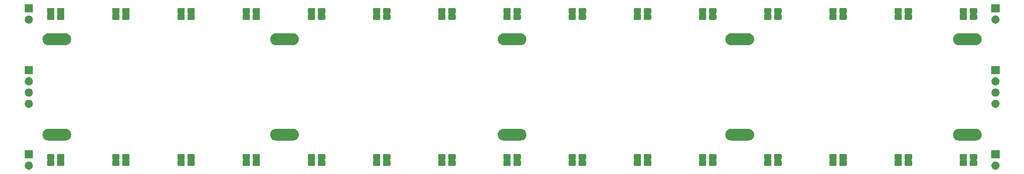
<source format=gbr>
G04 #@! TF.GenerationSoftware,KiCad,Pcbnew,(5.1.2)-2*
G04 #@! TF.CreationDate,2020-02-10T16:58:43+01:00*
G04 #@! TF.ProjectId,S174,53313734-2e6b-4696-9361-645f70636258,rev?*
G04 #@! TF.SameCoordinates,Original*
G04 #@! TF.FileFunction,Soldermask,Top*
G04 #@! TF.FilePolarity,Negative*
%FSLAX46Y46*%
G04 Gerber Fmt 4.6, Leading zero omitted, Abs format (unit mm)*
G04 Created by KiCad (PCBNEW (5.1.2)-2) date 2020-02-10 16:58:43*
%MOMM*%
%LPD*%
G04 APERTURE LIST*
%ADD10C,0.100000*%
G04 APERTURE END LIST*
D10*
G36*
X273071213Y-113277502D02*
G01*
X273142321Y-113284505D01*
X273279172Y-113326019D01*
X273279175Y-113326020D01*
X273405294Y-113393432D01*
X273515843Y-113484157D01*
X273606568Y-113594706D01*
X273673980Y-113720825D01*
X273673981Y-113720828D01*
X273715495Y-113857679D01*
X273729512Y-114000000D01*
X273715495Y-114142321D01*
X273673981Y-114279172D01*
X273673980Y-114279175D01*
X273606568Y-114405294D01*
X273515843Y-114515843D01*
X273405294Y-114606568D01*
X273279175Y-114673980D01*
X273279172Y-114673981D01*
X273142321Y-114715495D01*
X273071213Y-114722498D01*
X273035660Y-114726000D01*
X272964340Y-114726000D01*
X272928787Y-114722498D01*
X272857679Y-114715495D01*
X272720828Y-114673981D01*
X272720825Y-114673980D01*
X272594706Y-114606568D01*
X272484157Y-114515843D01*
X272393432Y-114405294D01*
X272326020Y-114279175D01*
X272326019Y-114279172D01*
X272284505Y-114142321D01*
X272270488Y-114000000D01*
X272284505Y-113857679D01*
X272326019Y-113720828D01*
X272326020Y-113720825D01*
X272393432Y-113594706D01*
X272484157Y-113484157D01*
X272594706Y-113393432D01*
X272720825Y-113326020D01*
X272720828Y-113326019D01*
X272857679Y-113284505D01*
X272928787Y-113277502D01*
X272964340Y-113274000D01*
X273035660Y-113274000D01*
X273071213Y-113277502D01*
X273071213Y-113277502D01*
G37*
G36*
X101071213Y-113277502D02*
G01*
X101142321Y-113284505D01*
X101279172Y-113326019D01*
X101279175Y-113326020D01*
X101405294Y-113393432D01*
X101515843Y-113484157D01*
X101606568Y-113594706D01*
X101673980Y-113720825D01*
X101673981Y-113720828D01*
X101715495Y-113857679D01*
X101729512Y-114000000D01*
X101715495Y-114142321D01*
X101673981Y-114279172D01*
X101673980Y-114279175D01*
X101606568Y-114405294D01*
X101515843Y-114515843D01*
X101405294Y-114606568D01*
X101279175Y-114673980D01*
X101279172Y-114673981D01*
X101142321Y-114715495D01*
X101071213Y-114722498D01*
X101035660Y-114726000D01*
X100964340Y-114726000D01*
X100928787Y-114722498D01*
X100857679Y-114715495D01*
X100720828Y-114673981D01*
X100720825Y-114673980D01*
X100594706Y-114606568D01*
X100484157Y-114515843D01*
X100393432Y-114405294D01*
X100326020Y-114279175D01*
X100326019Y-114279172D01*
X100284505Y-114142321D01*
X100270488Y-114000000D01*
X100284505Y-113857679D01*
X100326019Y-113720828D01*
X100326020Y-113720825D01*
X100393432Y-113594706D01*
X100484157Y-113484157D01*
X100594706Y-113393432D01*
X100720825Y-113326020D01*
X100720828Y-113326019D01*
X100857679Y-113284505D01*
X100928787Y-113277502D01*
X100964340Y-113274000D01*
X101035660Y-113274000D01*
X101071213Y-113277502D01*
X101071213Y-113277502D01*
G37*
G36*
X244599560Y-111953205D02*
G01*
X244634713Y-111963869D01*
X244667110Y-111981186D01*
X244695509Y-112004491D01*
X244718814Y-112032890D01*
X244736131Y-112065287D01*
X244746795Y-112100440D01*
X244751000Y-112143140D01*
X244751000Y-112756860D01*
X244746795Y-112799560D01*
X244736131Y-112834713D01*
X244718814Y-112867110D01*
X244695510Y-112895508D01*
X244685925Y-112903373D01*
X244668598Y-112920700D01*
X244654984Y-112941074D01*
X244645606Y-112963712D01*
X244640825Y-112987746D01*
X244640825Y-113012250D01*
X244645605Y-113036283D01*
X244654982Y-113058922D01*
X244668595Y-113079297D01*
X244685925Y-113096627D01*
X244695510Y-113104492D01*
X244718814Y-113132890D01*
X244736131Y-113165287D01*
X244746795Y-113200440D01*
X244751000Y-113243140D01*
X244751000Y-113856860D01*
X244746795Y-113899560D01*
X244736131Y-113934713D01*
X244718814Y-113967110D01*
X244695509Y-113995509D01*
X244667110Y-114018814D01*
X244634713Y-114036131D01*
X244599560Y-114046795D01*
X244556860Y-114051000D01*
X243643140Y-114051000D01*
X243600440Y-114046795D01*
X243565287Y-114036131D01*
X243532890Y-114018814D01*
X243504491Y-113995509D01*
X243481186Y-113967110D01*
X243463869Y-113934713D01*
X243453205Y-113899560D01*
X243449000Y-113856860D01*
X243449000Y-113243140D01*
X243453205Y-113200440D01*
X243463869Y-113165287D01*
X243481186Y-113132890D01*
X243504490Y-113104492D01*
X243514075Y-113096627D01*
X243531402Y-113079300D01*
X243545016Y-113058926D01*
X243554394Y-113036288D01*
X243559175Y-113012254D01*
X243559175Y-112987750D01*
X243554395Y-112963717D01*
X243545018Y-112941078D01*
X243531405Y-112920703D01*
X243514075Y-112903373D01*
X243504490Y-112895508D01*
X243481186Y-112867110D01*
X243463869Y-112834713D01*
X243453205Y-112799560D01*
X243449000Y-112756860D01*
X243449000Y-112143140D01*
X243453205Y-112100440D01*
X243463869Y-112065287D01*
X243481186Y-112032890D01*
X243504491Y-112004491D01*
X243532890Y-111981186D01*
X243565287Y-111963869D01*
X243600440Y-111953205D01*
X243643140Y-111949000D01*
X244556860Y-111949000D01*
X244599560Y-111953205D01*
X244599560Y-111953205D01*
G37*
G36*
X267799560Y-111953205D02*
G01*
X267834713Y-111963869D01*
X267867110Y-111981186D01*
X267895509Y-112004491D01*
X267918814Y-112032890D01*
X267936131Y-112065287D01*
X267946795Y-112100440D01*
X267951000Y-112143140D01*
X267951000Y-112756860D01*
X267946795Y-112799560D01*
X267936131Y-112834713D01*
X267918814Y-112867110D01*
X267895510Y-112895508D01*
X267885925Y-112903373D01*
X267868598Y-112920700D01*
X267854984Y-112941074D01*
X267845606Y-112963712D01*
X267840825Y-112987746D01*
X267840825Y-113012250D01*
X267845605Y-113036283D01*
X267854982Y-113058922D01*
X267868595Y-113079297D01*
X267885925Y-113096627D01*
X267895510Y-113104492D01*
X267918814Y-113132890D01*
X267936131Y-113165287D01*
X267946795Y-113200440D01*
X267951000Y-113243140D01*
X267951000Y-113856860D01*
X267946795Y-113899560D01*
X267936131Y-113934713D01*
X267918814Y-113967110D01*
X267895509Y-113995509D01*
X267867110Y-114018814D01*
X267834713Y-114036131D01*
X267799560Y-114046795D01*
X267756860Y-114051000D01*
X266843140Y-114051000D01*
X266800440Y-114046795D01*
X266765287Y-114036131D01*
X266732890Y-114018814D01*
X266704491Y-113995509D01*
X266681186Y-113967110D01*
X266663869Y-113934713D01*
X266653205Y-113899560D01*
X266649000Y-113856860D01*
X266649000Y-113243140D01*
X266653205Y-113200440D01*
X266663869Y-113165287D01*
X266681186Y-113132890D01*
X266704490Y-113104492D01*
X266714075Y-113096627D01*
X266731402Y-113079300D01*
X266745016Y-113058926D01*
X266754394Y-113036288D01*
X266759175Y-113012254D01*
X266759175Y-112987750D01*
X266754395Y-112963717D01*
X266745018Y-112941078D01*
X266731405Y-112920703D01*
X266714075Y-112903373D01*
X266704490Y-112895508D01*
X266681186Y-112867110D01*
X266663869Y-112834713D01*
X266653205Y-112799560D01*
X266649000Y-112756860D01*
X266649000Y-112143140D01*
X266653205Y-112100440D01*
X266663869Y-112065287D01*
X266681186Y-112032890D01*
X266704491Y-112004491D01*
X266732890Y-111981186D01*
X266765287Y-111963869D01*
X266800440Y-111953205D01*
X266843140Y-111949000D01*
X267756860Y-111949000D01*
X267799560Y-111953205D01*
X267799560Y-111953205D01*
G37*
G36*
X140199560Y-111953205D02*
G01*
X140234713Y-111963869D01*
X140267110Y-111981186D01*
X140295509Y-112004491D01*
X140318814Y-112032890D01*
X140336131Y-112065287D01*
X140346795Y-112100440D01*
X140351000Y-112143140D01*
X140351000Y-112756860D01*
X140346795Y-112799560D01*
X140336131Y-112834713D01*
X140318814Y-112867110D01*
X140295510Y-112895508D01*
X140285925Y-112903373D01*
X140268598Y-112920700D01*
X140254984Y-112941074D01*
X140245606Y-112963712D01*
X140240825Y-112987746D01*
X140240825Y-113012250D01*
X140245605Y-113036283D01*
X140254982Y-113058922D01*
X140268595Y-113079297D01*
X140285925Y-113096627D01*
X140295510Y-113104492D01*
X140318814Y-113132890D01*
X140336131Y-113165287D01*
X140346795Y-113200440D01*
X140351000Y-113243140D01*
X140351000Y-113856860D01*
X140346795Y-113899560D01*
X140336131Y-113934713D01*
X140318814Y-113967110D01*
X140295509Y-113995509D01*
X140267110Y-114018814D01*
X140234713Y-114036131D01*
X140199560Y-114046795D01*
X140156860Y-114051000D01*
X139243140Y-114051000D01*
X139200440Y-114046795D01*
X139165287Y-114036131D01*
X139132890Y-114018814D01*
X139104491Y-113995509D01*
X139081186Y-113967110D01*
X139063869Y-113934713D01*
X139053205Y-113899560D01*
X139049000Y-113856860D01*
X139049000Y-113243140D01*
X139053205Y-113200440D01*
X139063869Y-113165287D01*
X139081186Y-113132890D01*
X139104490Y-113104492D01*
X139114075Y-113096627D01*
X139131402Y-113079300D01*
X139145016Y-113058926D01*
X139154394Y-113036288D01*
X139159175Y-113012254D01*
X139159175Y-112987750D01*
X139154395Y-112963717D01*
X139145018Y-112941078D01*
X139131405Y-112920703D01*
X139114075Y-112903373D01*
X139104490Y-112895508D01*
X139081186Y-112867110D01*
X139063869Y-112834713D01*
X139053205Y-112799560D01*
X139049000Y-112756860D01*
X139049000Y-112143140D01*
X139053205Y-112100440D01*
X139063869Y-112065287D01*
X139081186Y-112032890D01*
X139104491Y-112004491D01*
X139132890Y-111981186D01*
X139165287Y-111963869D01*
X139200440Y-111953205D01*
X139243140Y-111949000D01*
X140156860Y-111949000D01*
X140199560Y-111953205D01*
X140199560Y-111953205D01*
G37*
G36*
X141999560Y-111953205D02*
G01*
X142034713Y-111963869D01*
X142067110Y-111981186D01*
X142095509Y-112004491D01*
X142118814Y-112032890D01*
X142136131Y-112065287D01*
X142146795Y-112100440D01*
X142151000Y-112143140D01*
X142151000Y-112756860D01*
X142146795Y-112799560D01*
X142136131Y-112834713D01*
X142118814Y-112867110D01*
X142095510Y-112895508D01*
X142085925Y-112903373D01*
X142068598Y-112920700D01*
X142054984Y-112941074D01*
X142045606Y-112963712D01*
X142040825Y-112987746D01*
X142040825Y-113012250D01*
X142045605Y-113036283D01*
X142054982Y-113058922D01*
X142068595Y-113079297D01*
X142085925Y-113096627D01*
X142095510Y-113104492D01*
X142118814Y-113132890D01*
X142136131Y-113165287D01*
X142146795Y-113200440D01*
X142151000Y-113243140D01*
X142151000Y-113856860D01*
X142146795Y-113899560D01*
X142136131Y-113934713D01*
X142118814Y-113967110D01*
X142095509Y-113995509D01*
X142067110Y-114018814D01*
X142034713Y-114036131D01*
X141999560Y-114046795D01*
X141956860Y-114051000D01*
X141043140Y-114051000D01*
X141000440Y-114046795D01*
X140965287Y-114036131D01*
X140932890Y-114018814D01*
X140904491Y-113995509D01*
X140881186Y-113967110D01*
X140863869Y-113934713D01*
X140853205Y-113899560D01*
X140849000Y-113856860D01*
X140849000Y-113243140D01*
X140853205Y-113200440D01*
X140863869Y-113165287D01*
X140881186Y-113132890D01*
X140904490Y-113104492D01*
X140914075Y-113096627D01*
X140931402Y-113079300D01*
X140945016Y-113058926D01*
X140954394Y-113036288D01*
X140959175Y-113012254D01*
X140959175Y-112987750D01*
X140954395Y-112963717D01*
X140945018Y-112941078D01*
X140931405Y-112920703D01*
X140914075Y-112903373D01*
X140904490Y-112895508D01*
X140881186Y-112867110D01*
X140863869Y-112834713D01*
X140853205Y-112799560D01*
X140849000Y-112756860D01*
X140849000Y-112143140D01*
X140853205Y-112100440D01*
X140863869Y-112065287D01*
X140881186Y-112032890D01*
X140904491Y-112004491D01*
X140932890Y-111981186D01*
X140965287Y-111963869D01*
X141000440Y-111953205D01*
X141043140Y-111949000D01*
X141956860Y-111949000D01*
X141999560Y-111953205D01*
X141999560Y-111953205D01*
G37*
G36*
X151799560Y-111953205D02*
G01*
X151834713Y-111963869D01*
X151867110Y-111981186D01*
X151895509Y-112004491D01*
X151918814Y-112032890D01*
X151936131Y-112065287D01*
X151946795Y-112100440D01*
X151951000Y-112143140D01*
X151951000Y-112756860D01*
X151946795Y-112799560D01*
X151936131Y-112834713D01*
X151918814Y-112867110D01*
X151895510Y-112895508D01*
X151885925Y-112903373D01*
X151868598Y-112920700D01*
X151854984Y-112941074D01*
X151845606Y-112963712D01*
X151840825Y-112987746D01*
X151840825Y-113012250D01*
X151845605Y-113036283D01*
X151854982Y-113058922D01*
X151868595Y-113079297D01*
X151885925Y-113096627D01*
X151895510Y-113104492D01*
X151918814Y-113132890D01*
X151936131Y-113165287D01*
X151946795Y-113200440D01*
X151951000Y-113243140D01*
X151951000Y-113856860D01*
X151946795Y-113899560D01*
X151936131Y-113934713D01*
X151918814Y-113967110D01*
X151895509Y-113995509D01*
X151867110Y-114018814D01*
X151834713Y-114036131D01*
X151799560Y-114046795D01*
X151756860Y-114051000D01*
X150843140Y-114051000D01*
X150800440Y-114046795D01*
X150765287Y-114036131D01*
X150732890Y-114018814D01*
X150704491Y-113995509D01*
X150681186Y-113967110D01*
X150663869Y-113934713D01*
X150653205Y-113899560D01*
X150649000Y-113856860D01*
X150649000Y-113243140D01*
X150653205Y-113200440D01*
X150663869Y-113165287D01*
X150681186Y-113132890D01*
X150704490Y-113104492D01*
X150714075Y-113096627D01*
X150731402Y-113079300D01*
X150745016Y-113058926D01*
X150754394Y-113036288D01*
X150759175Y-113012254D01*
X150759175Y-112987750D01*
X150754395Y-112963717D01*
X150745018Y-112941078D01*
X150731405Y-112920703D01*
X150714075Y-112903373D01*
X150704490Y-112895508D01*
X150681186Y-112867110D01*
X150663869Y-112834713D01*
X150653205Y-112799560D01*
X150649000Y-112756860D01*
X150649000Y-112143140D01*
X150653205Y-112100440D01*
X150663869Y-112065287D01*
X150681186Y-112032890D01*
X150704491Y-112004491D01*
X150732890Y-111981186D01*
X150765287Y-111963869D01*
X150800440Y-111953205D01*
X150843140Y-111949000D01*
X151756860Y-111949000D01*
X151799560Y-111953205D01*
X151799560Y-111953205D01*
G37*
G36*
X128599560Y-111953205D02*
G01*
X128634713Y-111963869D01*
X128667110Y-111981186D01*
X128695509Y-112004491D01*
X128718814Y-112032890D01*
X128736131Y-112065287D01*
X128746795Y-112100440D01*
X128751000Y-112143140D01*
X128751000Y-112756860D01*
X128746795Y-112799560D01*
X128736131Y-112834713D01*
X128718814Y-112867110D01*
X128695510Y-112895508D01*
X128685925Y-112903373D01*
X128668598Y-112920700D01*
X128654984Y-112941074D01*
X128645606Y-112963712D01*
X128640825Y-112987746D01*
X128640825Y-113012250D01*
X128645605Y-113036283D01*
X128654982Y-113058922D01*
X128668595Y-113079297D01*
X128685925Y-113096627D01*
X128695510Y-113104492D01*
X128718814Y-113132890D01*
X128736131Y-113165287D01*
X128746795Y-113200440D01*
X128751000Y-113243140D01*
X128751000Y-113856860D01*
X128746795Y-113899560D01*
X128736131Y-113934713D01*
X128718814Y-113967110D01*
X128695509Y-113995509D01*
X128667110Y-114018814D01*
X128634713Y-114036131D01*
X128599560Y-114046795D01*
X128556860Y-114051000D01*
X127643140Y-114051000D01*
X127600440Y-114046795D01*
X127565287Y-114036131D01*
X127532890Y-114018814D01*
X127504491Y-113995509D01*
X127481186Y-113967110D01*
X127463869Y-113934713D01*
X127453205Y-113899560D01*
X127449000Y-113856860D01*
X127449000Y-113243140D01*
X127453205Y-113200440D01*
X127463869Y-113165287D01*
X127481186Y-113132890D01*
X127504490Y-113104492D01*
X127514075Y-113096627D01*
X127531402Y-113079300D01*
X127545016Y-113058926D01*
X127554394Y-113036288D01*
X127559175Y-113012254D01*
X127559175Y-112987750D01*
X127554395Y-112963717D01*
X127545018Y-112941078D01*
X127531405Y-112920703D01*
X127514075Y-112903373D01*
X127504490Y-112895508D01*
X127481186Y-112867110D01*
X127463869Y-112834713D01*
X127453205Y-112799560D01*
X127449000Y-112756860D01*
X127449000Y-112143140D01*
X127453205Y-112100440D01*
X127463869Y-112065287D01*
X127481186Y-112032890D01*
X127504491Y-112004491D01*
X127532890Y-111981186D01*
X127565287Y-111963869D01*
X127600440Y-111953205D01*
X127643140Y-111949000D01*
X128556860Y-111949000D01*
X128599560Y-111953205D01*
X128599560Y-111953205D01*
G37*
G36*
X130399560Y-111953205D02*
G01*
X130434713Y-111963869D01*
X130467110Y-111981186D01*
X130495509Y-112004491D01*
X130518814Y-112032890D01*
X130536131Y-112065287D01*
X130546795Y-112100440D01*
X130551000Y-112143140D01*
X130551000Y-112756860D01*
X130546795Y-112799560D01*
X130536131Y-112834713D01*
X130518814Y-112867110D01*
X130495510Y-112895508D01*
X130485925Y-112903373D01*
X130468598Y-112920700D01*
X130454984Y-112941074D01*
X130445606Y-112963712D01*
X130440825Y-112987746D01*
X130440825Y-113012250D01*
X130445605Y-113036283D01*
X130454982Y-113058922D01*
X130468595Y-113079297D01*
X130485925Y-113096627D01*
X130495510Y-113104492D01*
X130518814Y-113132890D01*
X130536131Y-113165287D01*
X130546795Y-113200440D01*
X130551000Y-113243140D01*
X130551000Y-113856860D01*
X130546795Y-113899560D01*
X130536131Y-113934713D01*
X130518814Y-113967110D01*
X130495509Y-113995509D01*
X130467110Y-114018814D01*
X130434713Y-114036131D01*
X130399560Y-114046795D01*
X130356860Y-114051000D01*
X129443140Y-114051000D01*
X129400440Y-114046795D01*
X129365287Y-114036131D01*
X129332890Y-114018814D01*
X129304491Y-113995509D01*
X129281186Y-113967110D01*
X129263869Y-113934713D01*
X129253205Y-113899560D01*
X129249000Y-113856860D01*
X129249000Y-113243140D01*
X129253205Y-113200440D01*
X129263869Y-113165287D01*
X129281186Y-113132890D01*
X129304490Y-113104492D01*
X129314075Y-113096627D01*
X129331402Y-113079300D01*
X129345016Y-113058926D01*
X129354394Y-113036288D01*
X129359175Y-113012254D01*
X129359175Y-112987750D01*
X129354395Y-112963717D01*
X129345018Y-112941078D01*
X129331405Y-112920703D01*
X129314075Y-112903373D01*
X129304490Y-112895508D01*
X129281186Y-112867110D01*
X129263869Y-112834713D01*
X129253205Y-112799560D01*
X129249000Y-112756860D01*
X129249000Y-112143140D01*
X129253205Y-112100440D01*
X129263869Y-112065287D01*
X129281186Y-112032890D01*
X129304491Y-112004491D01*
X129332890Y-111981186D01*
X129365287Y-111963869D01*
X129400440Y-111953205D01*
X129443140Y-111949000D01*
X130356860Y-111949000D01*
X130399560Y-111953205D01*
X130399560Y-111953205D01*
G37*
G36*
X165199560Y-111953205D02*
G01*
X165234713Y-111963869D01*
X165267110Y-111981186D01*
X165295509Y-112004491D01*
X165318814Y-112032890D01*
X165336131Y-112065287D01*
X165346795Y-112100440D01*
X165351000Y-112143140D01*
X165351000Y-112756860D01*
X165346795Y-112799560D01*
X165336131Y-112834713D01*
X165318814Y-112867110D01*
X165295510Y-112895508D01*
X165285925Y-112903373D01*
X165268598Y-112920700D01*
X165254984Y-112941074D01*
X165245606Y-112963712D01*
X165240825Y-112987746D01*
X165240825Y-113012250D01*
X165245605Y-113036283D01*
X165254982Y-113058922D01*
X165268595Y-113079297D01*
X165285925Y-113096627D01*
X165295510Y-113104492D01*
X165318814Y-113132890D01*
X165336131Y-113165287D01*
X165346795Y-113200440D01*
X165351000Y-113243140D01*
X165351000Y-113856860D01*
X165346795Y-113899560D01*
X165336131Y-113934713D01*
X165318814Y-113967110D01*
X165295509Y-113995509D01*
X165267110Y-114018814D01*
X165234713Y-114036131D01*
X165199560Y-114046795D01*
X165156860Y-114051000D01*
X164243140Y-114051000D01*
X164200440Y-114046795D01*
X164165287Y-114036131D01*
X164132890Y-114018814D01*
X164104491Y-113995509D01*
X164081186Y-113967110D01*
X164063869Y-113934713D01*
X164053205Y-113899560D01*
X164049000Y-113856860D01*
X164049000Y-113243140D01*
X164053205Y-113200440D01*
X164063869Y-113165287D01*
X164081186Y-113132890D01*
X164104490Y-113104492D01*
X164114075Y-113096627D01*
X164131402Y-113079300D01*
X164145016Y-113058926D01*
X164154394Y-113036288D01*
X164159175Y-113012254D01*
X164159175Y-112987750D01*
X164154395Y-112963717D01*
X164145018Y-112941078D01*
X164131405Y-112920703D01*
X164114075Y-112903373D01*
X164104490Y-112895508D01*
X164081186Y-112867110D01*
X164063869Y-112834713D01*
X164053205Y-112799560D01*
X164049000Y-112756860D01*
X164049000Y-112143140D01*
X164053205Y-112100440D01*
X164063869Y-112065287D01*
X164081186Y-112032890D01*
X164104491Y-112004491D01*
X164132890Y-111981186D01*
X164165287Y-111963869D01*
X164200440Y-111953205D01*
X164243140Y-111949000D01*
X165156860Y-111949000D01*
X165199560Y-111953205D01*
X165199560Y-111953205D01*
G37*
G36*
X116999560Y-111953205D02*
G01*
X117034713Y-111963869D01*
X117067110Y-111981186D01*
X117095509Y-112004491D01*
X117118814Y-112032890D01*
X117136131Y-112065287D01*
X117146795Y-112100440D01*
X117151000Y-112143140D01*
X117151000Y-112756860D01*
X117146795Y-112799560D01*
X117136131Y-112834713D01*
X117118814Y-112867110D01*
X117095510Y-112895508D01*
X117085925Y-112903373D01*
X117068598Y-112920700D01*
X117054984Y-112941074D01*
X117045606Y-112963712D01*
X117040825Y-112987746D01*
X117040825Y-113012250D01*
X117045605Y-113036283D01*
X117054982Y-113058922D01*
X117068595Y-113079297D01*
X117085925Y-113096627D01*
X117095510Y-113104492D01*
X117118814Y-113132890D01*
X117136131Y-113165287D01*
X117146795Y-113200440D01*
X117151000Y-113243140D01*
X117151000Y-113856860D01*
X117146795Y-113899560D01*
X117136131Y-113934713D01*
X117118814Y-113967110D01*
X117095509Y-113995509D01*
X117067110Y-114018814D01*
X117034713Y-114036131D01*
X116999560Y-114046795D01*
X116956860Y-114051000D01*
X116043140Y-114051000D01*
X116000440Y-114046795D01*
X115965287Y-114036131D01*
X115932890Y-114018814D01*
X115904491Y-113995509D01*
X115881186Y-113967110D01*
X115863869Y-113934713D01*
X115853205Y-113899560D01*
X115849000Y-113856860D01*
X115849000Y-113243140D01*
X115853205Y-113200440D01*
X115863869Y-113165287D01*
X115881186Y-113132890D01*
X115904490Y-113104492D01*
X115914075Y-113096627D01*
X115931402Y-113079300D01*
X115945016Y-113058926D01*
X115954394Y-113036288D01*
X115959175Y-113012254D01*
X115959175Y-112987750D01*
X115954395Y-112963717D01*
X115945018Y-112941078D01*
X115931405Y-112920703D01*
X115914075Y-112903373D01*
X115904490Y-112895508D01*
X115881186Y-112867110D01*
X115863869Y-112834713D01*
X115853205Y-112799560D01*
X115849000Y-112756860D01*
X115849000Y-112143140D01*
X115853205Y-112100440D01*
X115863869Y-112065287D01*
X115881186Y-112032890D01*
X115904491Y-112004491D01*
X115932890Y-111981186D01*
X115965287Y-111963869D01*
X116000440Y-111953205D01*
X116043140Y-111949000D01*
X116956860Y-111949000D01*
X116999560Y-111953205D01*
X116999560Y-111953205D01*
G37*
G36*
X118799560Y-111953205D02*
G01*
X118834713Y-111963869D01*
X118867110Y-111981186D01*
X118895509Y-112004491D01*
X118918814Y-112032890D01*
X118936131Y-112065287D01*
X118946795Y-112100440D01*
X118951000Y-112143140D01*
X118951000Y-112756860D01*
X118946795Y-112799560D01*
X118936131Y-112834713D01*
X118918814Y-112867110D01*
X118895510Y-112895508D01*
X118885925Y-112903373D01*
X118868598Y-112920700D01*
X118854984Y-112941074D01*
X118845606Y-112963712D01*
X118840825Y-112987746D01*
X118840825Y-113012250D01*
X118845605Y-113036283D01*
X118854982Y-113058922D01*
X118868595Y-113079297D01*
X118885925Y-113096627D01*
X118895510Y-113104492D01*
X118918814Y-113132890D01*
X118936131Y-113165287D01*
X118946795Y-113200440D01*
X118951000Y-113243140D01*
X118951000Y-113856860D01*
X118946795Y-113899560D01*
X118936131Y-113934713D01*
X118918814Y-113967110D01*
X118895509Y-113995509D01*
X118867110Y-114018814D01*
X118834713Y-114036131D01*
X118799560Y-114046795D01*
X118756860Y-114051000D01*
X117843140Y-114051000D01*
X117800440Y-114046795D01*
X117765287Y-114036131D01*
X117732890Y-114018814D01*
X117704491Y-113995509D01*
X117681186Y-113967110D01*
X117663869Y-113934713D01*
X117653205Y-113899560D01*
X117649000Y-113856860D01*
X117649000Y-113243140D01*
X117653205Y-113200440D01*
X117663869Y-113165287D01*
X117681186Y-113132890D01*
X117704490Y-113104492D01*
X117714075Y-113096627D01*
X117731402Y-113079300D01*
X117745016Y-113058926D01*
X117754394Y-113036288D01*
X117759175Y-113012254D01*
X117759175Y-112987750D01*
X117754395Y-112963717D01*
X117745018Y-112941078D01*
X117731405Y-112920703D01*
X117714075Y-112903373D01*
X117704490Y-112895508D01*
X117681186Y-112867110D01*
X117663869Y-112834713D01*
X117653205Y-112799560D01*
X117649000Y-112756860D01*
X117649000Y-112143140D01*
X117653205Y-112100440D01*
X117663869Y-112065287D01*
X117681186Y-112032890D01*
X117704491Y-112004491D01*
X117732890Y-111981186D01*
X117765287Y-111963869D01*
X117800440Y-111953205D01*
X117843140Y-111949000D01*
X118756860Y-111949000D01*
X118799560Y-111953205D01*
X118799560Y-111953205D01*
G37*
G36*
X163399560Y-111953205D02*
G01*
X163434713Y-111963869D01*
X163467110Y-111981186D01*
X163495509Y-112004491D01*
X163518814Y-112032890D01*
X163536131Y-112065287D01*
X163546795Y-112100440D01*
X163551000Y-112143140D01*
X163551000Y-112756860D01*
X163546795Y-112799560D01*
X163536131Y-112834713D01*
X163518814Y-112867110D01*
X163495510Y-112895508D01*
X163485925Y-112903373D01*
X163468598Y-112920700D01*
X163454984Y-112941074D01*
X163445606Y-112963712D01*
X163440825Y-112987746D01*
X163440825Y-113012250D01*
X163445605Y-113036283D01*
X163454982Y-113058922D01*
X163468595Y-113079297D01*
X163485925Y-113096627D01*
X163495510Y-113104492D01*
X163518814Y-113132890D01*
X163536131Y-113165287D01*
X163546795Y-113200440D01*
X163551000Y-113243140D01*
X163551000Y-113856860D01*
X163546795Y-113899560D01*
X163536131Y-113934713D01*
X163518814Y-113967110D01*
X163495509Y-113995509D01*
X163467110Y-114018814D01*
X163434713Y-114036131D01*
X163399560Y-114046795D01*
X163356860Y-114051000D01*
X162443140Y-114051000D01*
X162400440Y-114046795D01*
X162365287Y-114036131D01*
X162332890Y-114018814D01*
X162304491Y-113995509D01*
X162281186Y-113967110D01*
X162263869Y-113934713D01*
X162253205Y-113899560D01*
X162249000Y-113856860D01*
X162249000Y-113243140D01*
X162253205Y-113200440D01*
X162263869Y-113165287D01*
X162281186Y-113132890D01*
X162304490Y-113104492D01*
X162314075Y-113096627D01*
X162331402Y-113079300D01*
X162345016Y-113058926D01*
X162354394Y-113036288D01*
X162359175Y-113012254D01*
X162359175Y-112987750D01*
X162354395Y-112963717D01*
X162345018Y-112941078D01*
X162331405Y-112920703D01*
X162314075Y-112903373D01*
X162304490Y-112895508D01*
X162281186Y-112867110D01*
X162263869Y-112834713D01*
X162253205Y-112799560D01*
X162249000Y-112756860D01*
X162249000Y-112143140D01*
X162253205Y-112100440D01*
X162263869Y-112065287D01*
X162281186Y-112032890D01*
X162304491Y-112004491D01*
X162332890Y-111981186D01*
X162365287Y-111963869D01*
X162400440Y-111953205D01*
X162443140Y-111949000D01*
X163356860Y-111949000D01*
X163399560Y-111953205D01*
X163399560Y-111953205D01*
G37*
G36*
X105399560Y-111953205D02*
G01*
X105434713Y-111963869D01*
X105467110Y-111981186D01*
X105495509Y-112004491D01*
X105518814Y-112032890D01*
X105536131Y-112065287D01*
X105546795Y-112100440D01*
X105551000Y-112143140D01*
X105551000Y-112756860D01*
X105546795Y-112799560D01*
X105536131Y-112834713D01*
X105518814Y-112867110D01*
X105495510Y-112895508D01*
X105485925Y-112903373D01*
X105468598Y-112920700D01*
X105454984Y-112941074D01*
X105445606Y-112963712D01*
X105440825Y-112987746D01*
X105440825Y-113012250D01*
X105445605Y-113036283D01*
X105454982Y-113058922D01*
X105468595Y-113079297D01*
X105485925Y-113096627D01*
X105495510Y-113104492D01*
X105518814Y-113132890D01*
X105536131Y-113165287D01*
X105546795Y-113200440D01*
X105551000Y-113243140D01*
X105551000Y-113856860D01*
X105546795Y-113899560D01*
X105536131Y-113934713D01*
X105518814Y-113967110D01*
X105495509Y-113995509D01*
X105467110Y-114018814D01*
X105434713Y-114036131D01*
X105399560Y-114046795D01*
X105356860Y-114051000D01*
X104443140Y-114051000D01*
X104400440Y-114046795D01*
X104365287Y-114036131D01*
X104332890Y-114018814D01*
X104304491Y-113995509D01*
X104281186Y-113967110D01*
X104263869Y-113934713D01*
X104253205Y-113899560D01*
X104249000Y-113856860D01*
X104249000Y-113243140D01*
X104253205Y-113200440D01*
X104263869Y-113165287D01*
X104281186Y-113132890D01*
X104304490Y-113104492D01*
X104314075Y-113096627D01*
X104331402Y-113079300D01*
X104345016Y-113058926D01*
X104354394Y-113036288D01*
X104359175Y-113012254D01*
X104359175Y-112987750D01*
X104354395Y-112963717D01*
X104345018Y-112941078D01*
X104331405Y-112920703D01*
X104314075Y-112903373D01*
X104304490Y-112895508D01*
X104281186Y-112867110D01*
X104263869Y-112834713D01*
X104253205Y-112799560D01*
X104249000Y-112756860D01*
X104249000Y-112143140D01*
X104253205Y-112100440D01*
X104263869Y-112065287D01*
X104281186Y-112032890D01*
X104304491Y-112004491D01*
X104332890Y-111981186D01*
X104365287Y-111963869D01*
X104400440Y-111953205D01*
X104443140Y-111949000D01*
X105356860Y-111949000D01*
X105399560Y-111953205D01*
X105399560Y-111953205D01*
G37*
G36*
X107199560Y-111953205D02*
G01*
X107234713Y-111963869D01*
X107267110Y-111981186D01*
X107295509Y-112004491D01*
X107318814Y-112032890D01*
X107336131Y-112065287D01*
X107346795Y-112100440D01*
X107351000Y-112143140D01*
X107351000Y-112756860D01*
X107346795Y-112799560D01*
X107336131Y-112834713D01*
X107318814Y-112867110D01*
X107295510Y-112895508D01*
X107285925Y-112903373D01*
X107268598Y-112920700D01*
X107254984Y-112941074D01*
X107245606Y-112963712D01*
X107240825Y-112987746D01*
X107240825Y-113012250D01*
X107245605Y-113036283D01*
X107254982Y-113058922D01*
X107268595Y-113079297D01*
X107285925Y-113096627D01*
X107295510Y-113104492D01*
X107318814Y-113132890D01*
X107336131Y-113165287D01*
X107346795Y-113200440D01*
X107351000Y-113243140D01*
X107351000Y-113856860D01*
X107346795Y-113899560D01*
X107336131Y-113934713D01*
X107318814Y-113967110D01*
X107295509Y-113995509D01*
X107267110Y-114018814D01*
X107234713Y-114036131D01*
X107199560Y-114046795D01*
X107156860Y-114051000D01*
X106243140Y-114051000D01*
X106200440Y-114046795D01*
X106165287Y-114036131D01*
X106132890Y-114018814D01*
X106104491Y-113995509D01*
X106081186Y-113967110D01*
X106063869Y-113934713D01*
X106053205Y-113899560D01*
X106049000Y-113856860D01*
X106049000Y-113243140D01*
X106053205Y-113200440D01*
X106063869Y-113165287D01*
X106081186Y-113132890D01*
X106104490Y-113104492D01*
X106114075Y-113096627D01*
X106131402Y-113079300D01*
X106145016Y-113058926D01*
X106154394Y-113036288D01*
X106159175Y-113012254D01*
X106159175Y-112987750D01*
X106154395Y-112963717D01*
X106145018Y-112941078D01*
X106131405Y-112920703D01*
X106114075Y-112903373D01*
X106104490Y-112895508D01*
X106081186Y-112867110D01*
X106063869Y-112834713D01*
X106053205Y-112799560D01*
X106049000Y-112756860D01*
X106049000Y-112143140D01*
X106053205Y-112100440D01*
X106063869Y-112065287D01*
X106081186Y-112032890D01*
X106104491Y-112004491D01*
X106132890Y-111981186D01*
X106165287Y-111963869D01*
X106200440Y-111953205D01*
X106243140Y-111949000D01*
X107156860Y-111949000D01*
X107199560Y-111953205D01*
X107199560Y-111953205D01*
G37*
G36*
X176799560Y-111953205D02*
G01*
X176834713Y-111963869D01*
X176867110Y-111981186D01*
X176895509Y-112004491D01*
X176918814Y-112032890D01*
X176936131Y-112065287D01*
X176946795Y-112100440D01*
X176951000Y-112143140D01*
X176951000Y-112756860D01*
X176946795Y-112799560D01*
X176936131Y-112834713D01*
X176918814Y-112867110D01*
X176895510Y-112895508D01*
X176885925Y-112903373D01*
X176868598Y-112920700D01*
X176854984Y-112941074D01*
X176845606Y-112963712D01*
X176840825Y-112987746D01*
X176840825Y-113012250D01*
X176845605Y-113036283D01*
X176854982Y-113058922D01*
X176868595Y-113079297D01*
X176885925Y-113096627D01*
X176895510Y-113104492D01*
X176918814Y-113132890D01*
X176936131Y-113165287D01*
X176946795Y-113200440D01*
X176951000Y-113243140D01*
X176951000Y-113856860D01*
X176946795Y-113899560D01*
X176936131Y-113934713D01*
X176918814Y-113967110D01*
X176895509Y-113995509D01*
X176867110Y-114018814D01*
X176834713Y-114036131D01*
X176799560Y-114046795D01*
X176756860Y-114051000D01*
X175843140Y-114051000D01*
X175800440Y-114046795D01*
X175765287Y-114036131D01*
X175732890Y-114018814D01*
X175704491Y-113995509D01*
X175681186Y-113967110D01*
X175663869Y-113934713D01*
X175653205Y-113899560D01*
X175649000Y-113856860D01*
X175649000Y-113243140D01*
X175653205Y-113200440D01*
X175663869Y-113165287D01*
X175681186Y-113132890D01*
X175704490Y-113104492D01*
X175714075Y-113096627D01*
X175731402Y-113079300D01*
X175745016Y-113058926D01*
X175754394Y-113036288D01*
X175759175Y-113012254D01*
X175759175Y-112987750D01*
X175754395Y-112963717D01*
X175745018Y-112941078D01*
X175731405Y-112920703D01*
X175714075Y-112903373D01*
X175704490Y-112895508D01*
X175681186Y-112867110D01*
X175663869Y-112834713D01*
X175653205Y-112799560D01*
X175649000Y-112756860D01*
X175649000Y-112143140D01*
X175653205Y-112100440D01*
X175663869Y-112065287D01*
X175681186Y-112032890D01*
X175704491Y-112004491D01*
X175732890Y-111981186D01*
X175765287Y-111963869D01*
X175800440Y-111953205D01*
X175843140Y-111949000D01*
X176756860Y-111949000D01*
X176799560Y-111953205D01*
X176799560Y-111953205D01*
G37*
G36*
X174999560Y-111953205D02*
G01*
X175034713Y-111963869D01*
X175067110Y-111981186D01*
X175095509Y-112004491D01*
X175118814Y-112032890D01*
X175136131Y-112065287D01*
X175146795Y-112100440D01*
X175151000Y-112143140D01*
X175151000Y-112756860D01*
X175146795Y-112799560D01*
X175136131Y-112834713D01*
X175118814Y-112867110D01*
X175095510Y-112895508D01*
X175085925Y-112903373D01*
X175068598Y-112920700D01*
X175054984Y-112941074D01*
X175045606Y-112963712D01*
X175040825Y-112987746D01*
X175040825Y-113012250D01*
X175045605Y-113036283D01*
X175054982Y-113058922D01*
X175068595Y-113079297D01*
X175085925Y-113096627D01*
X175095510Y-113104492D01*
X175118814Y-113132890D01*
X175136131Y-113165287D01*
X175146795Y-113200440D01*
X175151000Y-113243140D01*
X175151000Y-113856860D01*
X175146795Y-113899560D01*
X175136131Y-113934713D01*
X175118814Y-113967110D01*
X175095509Y-113995509D01*
X175067110Y-114018814D01*
X175034713Y-114036131D01*
X174999560Y-114046795D01*
X174956860Y-114051000D01*
X174043140Y-114051000D01*
X174000440Y-114046795D01*
X173965287Y-114036131D01*
X173932890Y-114018814D01*
X173904491Y-113995509D01*
X173881186Y-113967110D01*
X173863869Y-113934713D01*
X173853205Y-113899560D01*
X173849000Y-113856860D01*
X173849000Y-113243140D01*
X173853205Y-113200440D01*
X173863869Y-113165287D01*
X173881186Y-113132890D01*
X173904490Y-113104492D01*
X173914075Y-113096627D01*
X173931402Y-113079300D01*
X173945016Y-113058926D01*
X173954394Y-113036288D01*
X173959175Y-113012254D01*
X173959175Y-112987750D01*
X173954395Y-112963717D01*
X173945018Y-112941078D01*
X173931405Y-112920703D01*
X173914075Y-112903373D01*
X173904490Y-112895508D01*
X173881186Y-112867110D01*
X173863869Y-112834713D01*
X173853205Y-112799560D01*
X173849000Y-112756860D01*
X173849000Y-112143140D01*
X173853205Y-112100440D01*
X173863869Y-112065287D01*
X173881186Y-112032890D01*
X173904491Y-112004491D01*
X173932890Y-111981186D01*
X173965287Y-111963869D01*
X174000440Y-111953205D01*
X174043140Y-111949000D01*
X174956860Y-111949000D01*
X174999560Y-111953205D01*
X174999560Y-111953205D01*
G37*
G36*
X186599560Y-111953205D02*
G01*
X186634713Y-111963869D01*
X186667110Y-111981186D01*
X186695509Y-112004491D01*
X186718814Y-112032890D01*
X186736131Y-112065287D01*
X186746795Y-112100440D01*
X186751000Y-112143140D01*
X186751000Y-112756860D01*
X186746795Y-112799560D01*
X186736131Y-112834713D01*
X186718814Y-112867110D01*
X186695510Y-112895508D01*
X186685925Y-112903373D01*
X186668598Y-112920700D01*
X186654984Y-112941074D01*
X186645606Y-112963712D01*
X186640825Y-112987746D01*
X186640825Y-113012250D01*
X186645605Y-113036283D01*
X186654982Y-113058922D01*
X186668595Y-113079297D01*
X186685925Y-113096627D01*
X186695510Y-113104492D01*
X186718814Y-113132890D01*
X186736131Y-113165287D01*
X186746795Y-113200440D01*
X186751000Y-113243140D01*
X186751000Y-113856860D01*
X186746795Y-113899560D01*
X186736131Y-113934713D01*
X186718814Y-113967110D01*
X186695509Y-113995509D01*
X186667110Y-114018814D01*
X186634713Y-114036131D01*
X186599560Y-114046795D01*
X186556860Y-114051000D01*
X185643140Y-114051000D01*
X185600440Y-114046795D01*
X185565287Y-114036131D01*
X185532890Y-114018814D01*
X185504491Y-113995509D01*
X185481186Y-113967110D01*
X185463869Y-113934713D01*
X185453205Y-113899560D01*
X185449000Y-113856860D01*
X185449000Y-113243140D01*
X185453205Y-113200440D01*
X185463869Y-113165287D01*
X185481186Y-113132890D01*
X185504490Y-113104492D01*
X185514075Y-113096627D01*
X185531402Y-113079300D01*
X185545016Y-113058926D01*
X185554394Y-113036288D01*
X185559175Y-113012254D01*
X185559175Y-112987750D01*
X185554395Y-112963717D01*
X185545018Y-112941078D01*
X185531405Y-112920703D01*
X185514075Y-112903373D01*
X185504490Y-112895508D01*
X185481186Y-112867110D01*
X185463869Y-112834713D01*
X185453205Y-112799560D01*
X185449000Y-112756860D01*
X185449000Y-112143140D01*
X185453205Y-112100440D01*
X185463869Y-112065287D01*
X185481186Y-112032890D01*
X185504491Y-112004491D01*
X185532890Y-111981186D01*
X185565287Y-111963869D01*
X185600440Y-111953205D01*
X185643140Y-111949000D01*
X186556860Y-111949000D01*
X186599560Y-111953205D01*
X186599560Y-111953205D01*
G37*
G36*
X257999560Y-111953205D02*
G01*
X258034713Y-111963869D01*
X258067110Y-111981186D01*
X258095509Y-112004491D01*
X258118814Y-112032890D01*
X258136131Y-112065287D01*
X258146795Y-112100440D01*
X258151000Y-112143140D01*
X258151000Y-112756860D01*
X258146795Y-112799560D01*
X258136131Y-112834713D01*
X258118814Y-112867110D01*
X258095510Y-112895508D01*
X258085925Y-112903373D01*
X258068598Y-112920700D01*
X258054984Y-112941074D01*
X258045606Y-112963712D01*
X258040825Y-112987746D01*
X258040825Y-113012250D01*
X258045605Y-113036283D01*
X258054982Y-113058922D01*
X258068595Y-113079297D01*
X258085925Y-113096627D01*
X258095510Y-113104492D01*
X258118814Y-113132890D01*
X258136131Y-113165287D01*
X258146795Y-113200440D01*
X258151000Y-113243140D01*
X258151000Y-113856860D01*
X258146795Y-113899560D01*
X258136131Y-113934713D01*
X258118814Y-113967110D01*
X258095509Y-113995509D01*
X258067110Y-114018814D01*
X258034713Y-114036131D01*
X257999560Y-114046795D01*
X257956860Y-114051000D01*
X257043140Y-114051000D01*
X257000440Y-114046795D01*
X256965287Y-114036131D01*
X256932890Y-114018814D01*
X256904491Y-113995509D01*
X256881186Y-113967110D01*
X256863869Y-113934713D01*
X256853205Y-113899560D01*
X256849000Y-113856860D01*
X256849000Y-113243140D01*
X256853205Y-113200440D01*
X256863869Y-113165287D01*
X256881186Y-113132890D01*
X256904490Y-113104492D01*
X256914075Y-113096627D01*
X256931402Y-113079300D01*
X256945016Y-113058926D01*
X256954394Y-113036288D01*
X256959175Y-113012254D01*
X256959175Y-112987750D01*
X256954395Y-112963717D01*
X256945018Y-112941078D01*
X256931405Y-112920703D01*
X256914075Y-112903373D01*
X256904490Y-112895508D01*
X256881186Y-112867110D01*
X256863869Y-112834713D01*
X256853205Y-112799560D01*
X256849000Y-112756860D01*
X256849000Y-112143140D01*
X256853205Y-112100440D01*
X256863869Y-112065287D01*
X256881186Y-112032890D01*
X256904491Y-112004491D01*
X256932890Y-111981186D01*
X256965287Y-111963869D01*
X257000440Y-111953205D01*
X257043140Y-111949000D01*
X257956860Y-111949000D01*
X257999560Y-111953205D01*
X257999560Y-111953205D01*
G37*
G36*
X246399560Y-111953205D02*
G01*
X246434713Y-111963869D01*
X246467110Y-111981186D01*
X246495509Y-112004491D01*
X246518814Y-112032890D01*
X246536131Y-112065287D01*
X246546795Y-112100440D01*
X246551000Y-112143140D01*
X246551000Y-112756860D01*
X246546795Y-112799560D01*
X246536131Y-112834713D01*
X246518814Y-112867110D01*
X246495510Y-112895508D01*
X246485925Y-112903373D01*
X246468598Y-112920700D01*
X246454984Y-112941074D01*
X246445606Y-112963712D01*
X246440825Y-112987746D01*
X246440825Y-113012250D01*
X246445605Y-113036283D01*
X246454982Y-113058922D01*
X246468595Y-113079297D01*
X246485925Y-113096627D01*
X246495510Y-113104492D01*
X246518814Y-113132890D01*
X246536131Y-113165287D01*
X246546795Y-113200440D01*
X246551000Y-113243140D01*
X246551000Y-113856860D01*
X246546795Y-113899560D01*
X246536131Y-113934713D01*
X246518814Y-113967110D01*
X246495509Y-113995509D01*
X246467110Y-114018814D01*
X246434713Y-114036131D01*
X246399560Y-114046795D01*
X246356860Y-114051000D01*
X245443140Y-114051000D01*
X245400440Y-114046795D01*
X245365287Y-114036131D01*
X245332890Y-114018814D01*
X245304491Y-113995509D01*
X245281186Y-113967110D01*
X245263869Y-113934713D01*
X245253205Y-113899560D01*
X245249000Y-113856860D01*
X245249000Y-113243140D01*
X245253205Y-113200440D01*
X245263869Y-113165287D01*
X245281186Y-113132890D01*
X245304490Y-113104492D01*
X245314075Y-113096627D01*
X245331402Y-113079300D01*
X245345016Y-113058926D01*
X245354394Y-113036288D01*
X245359175Y-113012254D01*
X245359175Y-112987750D01*
X245354395Y-112963717D01*
X245345018Y-112941078D01*
X245331405Y-112920703D01*
X245314075Y-112903373D01*
X245304490Y-112895508D01*
X245281186Y-112867110D01*
X245263869Y-112834713D01*
X245253205Y-112799560D01*
X245249000Y-112756860D01*
X245249000Y-112143140D01*
X245253205Y-112100440D01*
X245263869Y-112065287D01*
X245281186Y-112032890D01*
X245304491Y-112004491D01*
X245332890Y-111981186D01*
X245365287Y-111963869D01*
X245400440Y-111953205D01*
X245443140Y-111949000D01*
X246356860Y-111949000D01*
X246399560Y-111953205D01*
X246399560Y-111953205D01*
G37*
G36*
X232999560Y-111953205D02*
G01*
X233034713Y-111963869D01*
X233067110Y-111981186D01*
X233095509Y-112004491D01*
X233118814Y-112032890D01*
X233136131Y-112065287D01*
X233146795Y-112100440D01*
X233151000Y-112143140D01*
X233151000Y-112756860D01*
X233146795Y-112799560D01*
X233136131Y-112834713D01*
X233118814Y-112867110D01*
X233095510Y-112895508D01*
X233085925Y-112903373D01*
X233068598Y-112920700D01*
X233054984Y-112941074D01*
X233045606Y-112963712D01*
X233040825Y-112987746D01*
X233040825Y-113012250D01*
X233045605Y-113036283D01*
X233054982Y-113058922D01*
X233068595Y-113079297D01*
X233085925Y-113096627D01*
X233095510Y-113104492D01*
X233118814Y-113132890D01*
X233136131Y-113165287D01*
X233146795Y-113200440D01*
X233151000Y-113243140D01*
X233151000Y-113856860D01*
X233146795Y-113899560D01*
X233136131Y-113934713D01*
X233118814Y-113967110D01*
X233095509Y-113995509D01*
X233067110Y-114018814D01*
X233034713Y-114036131D01*
X232999560Y-114046795D01*
X232956860Y-114051000D01*
X232043140Y-114051000D01*
X232000440Y-114046795D01*
X231965287Y-114036131D01*
X231932890Y-114018814D01*
X231904491Y-113995509D01*
X231881186Y-113967110D01*
X231863869Y-113934713D01*
X231853205Y-113899560D01*
X231849000Y-113856860D01*
X231849000Y-113243140D01*
X231853205Y-113200440D01*
X231863869Y-113165287D01*
X231881186Y-113132890D01*
X231904490Y-113104492D01*
X231914075Y-113096627D01*
X231931402Y-113079300D01*
X231945016Y-113058926D01*
X231954394Y-113036288D01*
X231959175Y-113012254D01*
X231959175Y-112987750D01*
X231954395Y-112963717D01*
X231945018Y-112941078D01*
X231931405Y-112920703D01*
X231914075Y-112903373D01*
X231904490Y-112895508D01*
X231881186Y-112867110D01*
X231863869Y-112834713D01*
X231853205Y-112799560D01*
X231849000Y-112756860D01*
X231849000Y-112143140D01*
X231853205Y-112100440D01*
X231863869Y-112065287D01*
X231881186Y-112032890D01*
X231904491Y-112004491D01*
X231932890Y-111981186D01*
X231965287Y-111963869D01*
X232000440Y-111953205D01*
X232043140Y-111949000D01*
X232956860Y-111949000D01*
X232999560Y-111953205D01*
X232999560Y-111953205D01*
G37*
G36*
X234799560Y-111953205D02*
G01*
X234834713Y-111963869D01*
X234867110Y-111981186D01*
X234895509Y-112004491D01*
X234918814Y-112032890D01*
X234936131Y-112065287D01*
X234946795Y-112100440D01*
X234951000Y-112143140D01*
X234951000Y-112756860D01*
X234946795Y-112799560D01*
X234936131Y-112834713D01*
X234918814Y-112867110D01*
X234895510Y-112895508D01*
X234885925Y-112903373D01*
X234868598Y-112920700D01*
X234854984Y-112941074D01*
X234845606Y-112963712D01*
X234840825Y-112987746D01*
X234840825Y-113012250D01*
X234845605Y-113036283D01*
X234854982Y-113058922D01*
X234868595Y-113079297D01*
X234885925Y-113096627D01*
X234895510Y-113104492D01*
X234918814Y-113132890D01*
X234936131Y-113165287D01*
X234946795Y-113200440D01*
X234951000Y-113243140D01*
X234951000Y-113856860D01*
X234946795Y-113899560D01*
X234936131Y-113934713D01*
X234918814Y-113967110D01*
X234895509Y-113995509D01*
X234867110Y-114018814D01*
X234834713Y-114036131D01*
X234799560Y-114046795D01*
X234756860Y-114051000D01*
X233843140Y-114051000D01*
X233800440Y-114046795D01*
X233765287Y-114036131D01*
X233732890Y-114018814D01*
X233704491Y-113995509D01*
X233681186Y-113967110D01*
X233663869Y-113934713D01*
X233653205Y-113899560D01*
X233649000Y-113856860D01*
X233649000Y-113243140D01*
X233653205Y-113200440D01*
X233663869Y-113165287D01*
X233681186Y-113132890D01*
X233704490Y-113104492D01*
X233714075Y-113096627D01*
X233731402Y-113079300D01*
X233745016Y-113058926D01*
X233754394Y-113036288D01*
X233759175Y-113012254D01*
X233759175Y-112987750D01*
X233754395Y-112963717D01*
X233745018Y-112941078D01*
X233731405Y-112920703D01*
X233714075Y-112903373D01*
X233704490Y-112895508D01*
X233681186Y-112867110D01*
X233663869Y-112834713D01*
X233653205Y-112799560D01*
X233649000Y-112756860D01*
X233649000Y-112143140D01*
X233653205Y-112100440D01*
X233663869Y-112065287D01*
X233681186Y-112032890D01*
X233704491Y-112004491D01*
X233732890Y-111981186D01*
X233765287Y-111963869D01*
X233800440Y-111953205D01*
X233843140Y-111949000D01*
X234756860Y-111949000D01*
X234799560Y-111953205D01*
X234799560Y-111953205D01*
G37*
G36*
X221399560Y-111953205D02*
G01*
X221434713Y-111963869D01*
X221467110Y-111981186D01*
X221495509Y-112004491D01*
X221518814Y-112032890D01*
X221536131Y-112065287D01*
X221546795Y-112100440D01*
X221551000Y-112143140D01*
X221551000Y-112756860D01*
X221546795Y-112799560D01*
X221536131Y-112834713D01*
X221518814Y-112867110D01*
X221495510Y-112895508D01*
X221485925Y-112903373D01*
X221468598Y-112920700D01*
X221454984Y-112941074D01*
X221445606Y-112963712D01*
X221440825Y-112987746D01*
X221440825Y-113012250D01*
X221445605Y-113036283D01*
X221454982Y-113058922D01*
X221468595Y-113079297D01*
X221485925Y-113096627D01*
X221495510Y-113104492D01*
X221518814Y-113132890D01*
X221536131Y-113165287D01*
X221546795Y-113200440D01*
X221551000Y-113243140D01*
X221551000Y-113856860D01*
X221546795Y-113899560D01*
X221536131Y-113934713D01*
X221518814Y-113967110D01*
X221495509Y-113995509D01*
X221467110Y-114018814D01*
X221434713Y-114036131D01*
X221399560Y-114046795D01*
X221356860Y-114051000D01*
X220443140Y-114051000D01*
X220400440Y-114046795D01*
X220365287Y-114036131D01*
X220332890Y-114018814D01*
X220304491Y-113995509D01*
X220281186Y-113967110D01*
X220263869Y-113934713D01*
X220253205Y-113899560D01*
X220249000Y-113856860D01*
X220249000Y-113243140D01*
X220253205Y-113200440D01*
X220263869Y-113165287D01*
X220281186Y-113132890D01*
X220304490Y-113104492D01*
X220314075Y-113096627D01*
X220331402Y-113079300D01*
X220345016Y-113058926D01*
X220354394Y-113036288D01*
X220359175Y-113012254D01*
X220359175Y-112987750D01*
X220354395Y-112963717D01*
X220345018Y-112941078D01*
X220331405Y-112920703D01*
X220314075Y-112903373D01*
X220304490Y-112895508D01*
X220281186Y-112867110D01*
X220263869Y-112834713D01*
X220253205Y-112799560D01*
X220249000Y-112756860D01*
X220249000Y-112143140D01*
X220253205Y-112100440D01*
X220263869Y-112065287D01*
X220281186Y-112032890D01*
X220304491Y-112004491D01*
X220332890Y-111981186D01*
X220365287Y-111963869D01*
X220400440Y-111953205D01*
X220443140Y-111949000D01*
X221356860Y-111949000D01*
X221399560Y-111953205D01*
X221399560Y-111953205D01*
G37*
G36*
X223199560Y-111953205D02*
G01*
X223234713Y-111963869D01*
X223267110Y-111981186D01*
X223295509Y-112004491D01*
X223318814Y-112032890D01*
X223336131Y-112065287D01*
X223346795Y-112100440D01*
X223351000Y-112143140D01*
X223351000Y-112756860D01*
X223346795Y-112799560D01*
X223336131Y-112834713D01*
X223318814Y-112867110D01*
X223295510Y-112895508D01*
X223285925Y-112903373D01*
X223268598Y-112920700D01*
X223254984Y-112941074D01*
X223245606Y-112963712D01*
X223240825Y-112987746D01*
X223240825Y-113012250D01*
X223245605Y-113036283D01*
X223254982Y-113058922D01*
X223268595Y-113079297D01*
X223285925Y-113096627D01*
X223295510Y-113104492D01*
X223318814Y-113132890D01*
X223336131Y-113165287D01*
X223346795Y-113200440D01*
X223351000Y-113243140D01*
X223351000Y-113856860D01*
X223346795Y-113899560D01*
X223336131Y-113934713D01*
X223318814Y-113967110D01*
X223295509Y-113995509D01*
X223267110Y-114018814D01*
X223234713Y-114036131D01*
X223199560Y-114046795D01*
X223156860Y-114051000D01*
X222243140Y-114051000D01*
X222200440Y-114046795D01*
X222165287Y-114036131D01*
X222132890Y-114018814D01*
X222104491Y-113995509D01*
X222081186Y-113967110D01*
X222063869Y-113934713D01*
X222053205Y-113899560D01*
X222049000Y-113856860D01*
X222049000Y-113243140D01*
X222053205Y-113200440D01*
X222063869Y-113165287D01*
X222081186Y-113132890D01*
X222104490Y-113104492D01*
X222114075Y-113096627D01*
X222131402Y-113079300D01*
X222145016Y-113058926D01*
X222154394Y-113036288D01*
X222159175Y-113012254D01*
X222159175Y-112987750D01*
X222154395Y-112963717D01*
X222145018Y-112941078D01*
X222131405Y-112920703D01*
X222114075Y-112903373D01*
X222104490Y-112895508D01*
X222081186Y-112867110D01*
X222063869Y-112834713D01*
X222053205Y-112799560D01*
X222049000Y-112756860D01*
X222049000Y-112143140D01*
X222053205Y-112100440D01*
X222063869Y-112065287D01*
X222081186Y-112032890D01*
X222104491Y-112004491D01*
X222132890Y-111981186D01*
X222165287Y-111963869D01*
X222200440Y-111953205D01*
X222243140Y-111949000D01*
X223156860Y-111949000D01*
X223199560Y-111953205D01*
X223199560Y-111953205D01*
G37*
G36*
X209799560Y-111953205D02*
G01*
X209834713Y-111963869D01*
X209867110Y-111981186D01*
X209895509Y-112004491D01*
X209918814Y-112032890D01*
X209936131Y-112065287D01*
X209946795Y-112100440D01*
X209951000Y-112143140D01*
X209951000Y-112756860D01*
X209946795Y-112799560D01*
X209936131Y-112834713D01*
X209918814Y-112867110D01*
X209895510Y-112895508D01*
X209885925Y-112903373D01*
X209868598Y-112920700D01*
X209854984Y-112941074D01*
X209845606Y-112963712D01*
X209840825Y-112987746D01*
X209840825Y-113012250D01*
X209845605Y-113036283D01*
X209854982Y-113058922D01*
X209868595Y-113079297D01*
X209885925Y-113096627D01*
X209895510Y-113104492D01*
X209918814Y-113132890D01*
X209936131Y-113165287D01*
X209946795Y-113200440D01*
X209951000Y-113243140D01*
X209951000Y-113856860D01*
X209946795Y-113899560D01*
X209936131Y-113934713D01*
X209918814Y-113967110D01*
X209895509Y-113995509D01*
X209867110Y-114018814D01*
X209834713Y-114036131D01*
X209799560Y-114046795D01*
X209756860Y-114051000D01*
X208843140Y-114051000D01*
X208800440Y-114046795D01*
X208765287Y-114036131D01*
X208732890Y-114018814D01*
X208704491Y-113995509D01*
X208681186Y-113967110D01*
X208663869Y-113934713D01*
X208653205Y-113899560D01*
X208649000Y-113856860D01*
X208649000Y-113243140D01*
X208653205Y-113200440D01*
X208663869Y-113165287D01*
X208681186Y-113132890D01*
X208704490Y-113104492D01*
X208714075Y-113096627D01*
X208731402Y-113079300D01*
X208745016Y-113058926D01*
X208754394Y-113036288D01*
X208759175Y-113012254D01*
X208759175Y-112987750D01*
X208754395Y-112963717D01*
X208745018Y-112941078D01*
X208731405Y-112920703D01*
X208714075Y-112903373D01*
X208704490Y-112895508D01*
X208681186Y-112867110D01*
X208663869Y-112834713D01*
X208653205Y-112799560D01*
X208649000Y-112756860D01*
X208649000Y-112143140D01*
X208653205Y-112100440D01*
X208663869Y-112065287D01*
X208681186Y-112032890D01*
X208704491Y-112004491D01*
X208732890Y-111981186D01*
X208765287Y-111963869D01*
X208800440Y-111953205D01*
X208843140Y-111949000D01*
X209756860Y-111949000D01*
X209799560Y-111953205D01*
X209799560Y-111953205D01*
G37*
G36*
X256199560Y-111953205D02*
G01*
X256234713Y-111963869D01*
X256267110Y-111981186D01*
X256295509Y-112004491D01*
X256318814Y-112032890D01*
X256336131Y-112065287D01*
X256346795Y-112100440D01*
X256351000Y-112143140D01*
X256351000Y-112756860D01*
X256346795Y-112799560D01*
X256336131Y-112834713D01*
X256318814Y-112867110D01*
X256295510Y-112895508D01*
X256285925Y-112903373D01*
X256268598Y-112920700D01*
X256254984Y-112941074D01*
X256245606Y-112963712D01*
X256240825Y-112987746D01*
X256240825Y-113012250D01*
X256245605Y-113036283D01*
X256254982Y-113058922D01*
X256268595Y-113079297D01*
X256285925Y-113096627D01*
X256295510Y-113104492D01*
X256318814Y-113132890D01*
X256336131Y-113165287D01*
X256346795Y-113200440D01*
X256351000Y-113243140D01*
X256351000Y-113856860D01*
X256346795Y-113899560D01*
X256336131Y-113934713D01*
X256318814Y-113967110D01*
X256295509Y-113995509D01*
X256267110Y-114018814D01*
X256234713Y-114036131D01*
X256199560Y-114046795D01*
X256156860Y-114051000D01*
X255243140Y-114051000D01*
X255200440Y-114046795D01*
X255165287Y-114036131D01*
X255132890Y-114018814D01*
X255104491Y-113995509D01*
X255081186Y-113967110D01*
X255063869Y-113934713D01*
X255053205Y-113899560D01*
X255049000Y-113856860D01*
X255049000Y-113243140D01*
X255053205Y-113200440D01*
X255063869Y-113165287D01*
X255081186Y-113132890D01*
X255104490Y-113104492D01*
X255114075Y-113096627D01*
X255131402Y-113079300D01*
X255145016Y-113058926D01*
X255154394Y-113036288D01*
X255159175Y-113012254D01*
X255159175Y-112987750D01*
X255154395Y-112963717D01*
X255145018Y-112941078D01*
X255131405Y-112920703D01*
X255114075Y-112903373D01*
X255104490Y-112895508D01*
X255081186Y-112867110D01*
X255063869Y-112834713D01*
X255053205Y-112799560D01*
X255049000Y-112756860D01*
X255049000Y-112143140D01*
X255053205Y-112100440D01*
X255063869Y-112065287D01*
X255081186Y-112032890D01*
X255104491Y-112004491D01*
X255132890Y-111981186D01*
X255165287Y-111963869D01*
X255200440Y-111953205D01*
X255243140Y-111949000D01*
X256156860Y-111949000D01*
X256199560Y-111953205D01*
X256199560Y-111953205D01*
G37*
G36*
X153599560Y-111953205D02*
G01*
X153634713Y-111963869D01*
X153667110Y-111981186D01*
X153695509Y-112004491D01*
X153718814Y-112032890D01*
X153736131Y-112065287D01*
X153746795Y-112100440D01*
X153751000Y-112143140D01*
X153751000Y-112756860D01*
X153746795Y-112799560D01*
X153736131Y-112834713D01*
X153718814Y-112867110D01*
X153695510Y-112895508D01*
X153685925Y-112903373D01*
X153668598Y-112920700D01*
X153654984Y-112941074D01*
X153645606Y-112963712D01*
X153640825Y-112987746D01*
X153640825Y-113012250D01*
X153645605Y-113036283D01*
X153654982Y-113058922D01*
X153668595Y-113079297D01*
X153685925Y-113096627D01*
X153695510Y-113104492D01*
X153718814Y-113132890D01*
X153736131Y-113165287D01*
X153746795Y-113200440D01*
X153751000Y-113243140D01*
X153751000Y-113856860D01*
X153746795Y-113899560D01*
X153736131Y-113934713D01*
X153718814Y-113967110D01*
X153695509Y-113995509D01*
X153667110Y-114018814D01*
X153634713Y-114036131D01*
X153599560Y-114046795D01*
X153556860Y-114051000D01*
X152643140Y-114051000D01*
X152600440Y-114046795D01*
X152565287Y-114036131D01*
X152532890Y-114018814D01*
X152504491Y-113995509D01*
X152481186Y-113967110D01*
X152463869Y-113934713D01*
X152453205Y-113899560D01*
X152449000Y-113856860D01*
X152449000Y-113243140D01*
X152453205Y-113200440D01*
X152463869Y-113165287D01*
X152481186Y-113132890D01*
X152504490Y-113104492D01*
X152514075Y-113096627D01*
X152531402Y-113079300D01*
X152545016Y-113058926D01*
X152554394Y-113036288D01*
X152559175Y-113012254D01*
X152559175Y-112987750D01*
X152554395Y-112963717D01*
X152545018Y-112941078D01*
X152531405Y-112920703D01*
X152514075Y-112903373D01*
X152504490Y-112895508D01*
X152481186Y-112867110D01*
X152463869Y-112834713D01*
X152453205Y-112799560D01*
X152449000Y-112756860D01*
X152449000Y-112143140D01*
X152453205Y-112100440D01*
X152463869Y-112065287D01*
X152481186Y-112032890D01*
X152504491Y-112004491D01*
X152532890Y-111981186D01*
X152565287Y-111963869D01*
X152600440Y-111953205D01*
X152643140Y-111949000D01*
X153556860Y-111949000D01*
X153599560Y-111953205D01*
X153599560Y-111953205D01*
G37*
G36*
X198199560Y-111953205D02*
G01*
X198234713Y-111963869D01*
X198267110Y-111981186D01*
X198295509Y-112004491D01*
X198318814Y-112032890D01*
X198336131Y-112065287D01*
X198346795Y-112100440D01*
X198351000Y-112143140D01*
X198351000Y-112756860D01*
X198346795Y-112799560D01*
X198336131Y-112834713D01*
X198318814Y-112867110D01*
X198295510Y-112895508D01*
X198285925Y-112903373D01*
X198268598Y-112920700D01*
X198254984Y-112941074D01*
X198245606Y-112963712D01*
X198240825Y-112987746D01*
X198240825Y-113012250D01*
X198245605Y-113036283D01*
X198254982Y-113058922D01*
X198268595Y-113079297D01*
X198285925Y-113096627D01*
X198295510Y-113104492D01*
X198318814Y-113132890D01*
X198336131Y-113165287D01*
X198346795Y-113200440D01*
X198351000Y-113243140D01*
X198351000Y-113856860D01*
X198346795Y-113899560D01*
X198336131Y-113934713D01*
X198318814Y-113967110D01*
X198295509Y-113995509D01*
X198267110Y-114018814D01*
X198234713Y-114036131D01*
X198199560Y-114046795D01*
X198156860Y-114051000D01*
X197243140Y-114051000D01*
X197200440Y-114046795D01*
X197165287Y-114036131D01*
X197132890Y-114018814D01*
X197104491Y-113995509D01*
X197081186Y-113967110D01*
X197063869Y-113934713D01*
X197053205Y-113899560D01*
X197049000Y-113856860D01*
X197049000Y-113243140D01*
X197053205Y-113200440D01*
X197063869Y-113165287D01*
X197081186Y-113132890D01*
X197104490Y-113104492D01*
X197114075Y-113096627D01*
X197131402Y-113079300D01*
X197145016Y-113058926D01*
X197154394Y-113036288D01*
X197159175Y-113012254D01*
X197159175Y-112987750D01*
X197154395Y-112963717D01*
X197145018Y-112941078D01*
X197131405Y-112920703D01*
X197114075Y-112903373D01*
X197104490Y-112895508D01*
X197081186Y-112867110D01*
X197063869Y-112834713D01*
X197053205Y-112799560D01*
X197049000Y-112756860D01*
X197049000Y-112143140D01*
X197053205Y-112100440D01*
X197063869Y-112065287D01*
X197081186Y-112032890D01*
X197104491Y-112004491D01*
X197132890Y-111981186D01*
X197165287Y-111963869D01*
X197200440Y-111953205D01*
X197243140Y-111949000D01*
X198156860Y-111949000D01*
X198199560Y-111953205D01*
X198199560Y-111953205D01*
G37*
G36*
X199999560Y-111953205D02*
G01*
X200034713Y-111963869D01*
X200067110Y-111981186D01*
X200095509Y-112004491D01*
X200118814Y-112032890D01*
X200136131Y-112065287D01*
X200146795Y-112100440D01*
X200151000Y-112143140D01*
X200151000Y-112756860D01*
X200146795Y-112799560D01*
X200136131Y-112834713D01*
X200118814Y-112867110D01*
X200095510Y-112895508D01*
X200085925Y-112903373D01*
X200068598Y-112920700D01*
X200054984Y-112941074D01*
X200045606Y-112963712D01*
X200040825Y-112987746D01*
X200040825Y-113012250D01*
X200045605Y-113036283D01*
X200054982Y-113058922D01*
X200068595Y-113079297D01*
X200085925Y-113096627D01*
X200095510Y-113104492D01*
X200118814Y-113132890D01*
X200136131Y-113165287D01*
X200146795Y-113200440D01*
X200151000Y-113243140D01*
X200151000Y-113856860D01*
X200146795Y-113899560D01*
X200136131Y-113934713D01*
X200118814Y-113967110D01*
X200095509Y-113995509D01*
X200067110Y-114018814D01*
X200034713Y-114036131D01*
X199999560Y-114046795D01*
X199956860Y-114051000D01*
X199043140Y-114051000D01*
X199000440Y-114046795D01*
X198965287Y-114036131D01*
X198932890Y-114018814D01*
X198904491Y-113995509D01*
X198881186Y-113967110D01*
X198863869Y-113934713D01*
X198853205Y-113899560D01*
X198849000Y-113856860D01*
X198849000Y-113243140D01*
X198853205Y-113200440D01*
X198863869Y-113165287D01*
X198881186Y-113132890D01*
X198904490Y-113104492D01*
X198914075Y-113096627D01*
X198931402Y-113079300D01*
X198945016Y-113058926D01*
X198954394Y-113036288D01*
X198959175Y-113012254D01*
X198959175Y-112987750D01*
X198954395Y-112963717D01*
X198945018Y-112941078D01*
X198931405Y-112920703D01*
X198914075Y-112903373D01*
X198904490Y-112895508D01*
X198881186Y-112867110D01*
X198863869Y-112834713D01*
X198853205Y-112799560D01*
X198849000Y-112756860D01*
X198849000Y-112143140D01*
X198853205Y-112100440D01*
X198863869Y-112065287D01*
X198881186Y-112032890D01*
X198904491Y-112004491D01*
X198932890Y-111981186D01*
X198965287Y-111963869D01*
X199000440Y-111953205D01*
X199043140Y-111949000D01*
X199956860Y-111949000D01*
X199999560Y-111953205D01*
X199999560Y-111953205D01*
G37*
G36*
X269599560Y-111953205D02*
G01*
X269634713Y-111963869D01*
X269667110Y-111981186D01*
X269695509Y-112004491D01*
X269718814Y-112032890D01*
X269736131Y-112065287D01*
X269746795Y-112100440D01*
X269751000Y-112143140D01*
X269751000Y-112756860D01*
X269746795Y-112799560D01*
X269736131Y-112834713D01*
X269718814Y-112867110D01*
X269695510Y-112895508D01*
X269685925Y-112903373D01*
X269668598Y-112920700D01*
X269654984Y-112941074D01*
X269645606Y-112963712D01*
X269640825Y-112987746D01*
X269640825Y-113012250D01*
X269645605Y-113036283D01*
X269654982Y-113058922D01*
X269668595Y-113079297D01*
X269685925Y-113096627D01*
X269695510Y-113104492D01*
X269718814Y-113132890D01*
X269736131Y-113165287D01*
X269746795Y-113200440D01*
X269751000Y-113243140D01*
X269751000Y-113856860D01*
X269746795Y-113899560D01*
X269736131Y-113934713D01*
X269718814Y-113967110D01*
X269695509Y-113995509D01*
X269667110Y-114018814D01*
X269634713Y-114036131D01*
X269599560Y-114046795D01*
X269556860Y-114051000D01*
X268643140Y-114051000D01*
X268600440Y-114046795D01*
X268565287Y-114036131D01*
X268532890Y-114018814D01*
X268504491Y-113995509D01*
X268481186Y-113967110D01*
X268463869Y-113934713D01*
X268453205Y-113899560D01*
X268449000Y-113856860D01*
X268449000Y-113243140D01*
X268453205Y-113200440D01*
X268463869Y-113165287D01*
X268481186Y-113132890D01*
X268504490Y-113104492D01*
X268514075Y-113096627D01*
X268531402Y-113079300D01*
X268545016Y-113058926D01*
X268554394Y-113036288D01*
X268559175Y-113012254D01*
X268559175Y-112987750D01*
X268554395Y-112963717D01*
X268545018Y-112941078D01*
X268531405Y-112920703D01*
X268514075Y-112903373D01*
X268504490Y-112895508D01*
X268481186Y-112867110D01*
X268463869Y-112834713D01*
X268453205Y-112799560D01*
X268449000Y-112756860D01*
X268449000Y-112143140D01*
X268453205Y-112100440D01*
X268463869Y-112065287D01*
X268481186Y-112032890D01*
X268504491Y-112004491D01*
X268532890Y-111981186D01*
X268565287Y-111963869D01*
X268600440Y-111953205D01*
X268643140Y-111949000D01*
X269556860Y-111949000D01*
X269599560Y-111953205D01*
X269599560Y-111953205D01*
G37*
G36*
X188399560Y-111953205D02*
G01*
X188434713Y-111963869D01*
X188467110Y-111981186D01*
X188495509Y-112004491D01*
X188518814Y-112032890D01*
X188536131Y-112065287D01*
X188546795Y-112100440D01*
X188551000Y-112143140D01*
X188551000Y-112756860D01*
X188546795Y-112799560D01*
X188536131Y-112834713D01*
X188518814Y-112867110D01*
X188495510Y-112895508D01*
X188485925Y-112903373D01*
X188468598Y-112920700D01*
X188454984Y-112941074D01*
X188445606Y-112963712D01*
X188440825Y-112987746D01*
X188440825Y-113012250D01*
X188445605Y-113036283D01*
X188454982Y-113058922D01*
X188468595Y-113079297D01*
X188485925Y-113096627D01*
X188495510Y-113104492D01*
X188518814Y-113132890D01*
X188536131Y-113165287D01*
X188546795Y-113200440D01*
X188551000Y-113243140D01*
X188551000Y-113856860D01*
X188546795Y-113899560D01*
X188536131Y-113934713D01*
X188518814Y-113967110D01*
X188495509Y-113995509D01*
X188467110Y-114018814D01*
X188434713Y-114036131D01*
X188399560Y-114046795D01*
X188356860Y-114051000D01*
X187443140Y-114051000D01*
X187400440Y-114046795D01*
X187365287Y-114036131D01*
X187332890Y-114018814D01*
X187304491Y-113995509D01*
X187281186Y-113967110D01*
X187263869Y-113934713D01*
X187253205Y-113899560D01*
X187249000Y-113856860D01*
X187249000Y-113243140D01*
X187253205Y-113200440D01*
X187263869Y-113165287D01*
X187281186Y-113132890D01*
X187304490Y-113104492D01*
X187314075Y-113096627D01*
X187331402Y-113079300D01*
X187345016Y-113058926D01*
X187354394Y-113036288D01*
X187359175Y-113012254D01*
X187359175Y-112987750D01*
X187354395Y-112963717D01*
X187345018Y-112941078D01*
X187331405Y-112920703D01*
X187314075Y-112903373D01*
X187304490Y-112895508D01*
X187281186Y-112867110D01*
X187263869Y-112834713D01*
X187253205Y-112799560D01*
X187249000Y-112756860D01*
X187249000Y-112143140D01*
X187253205Y-112100440D01*
X187263869Y-112065287D01*
X187281186Y-112032890D01*
X187304491Y-112004491D01*
X187332890Y-111981186D01*
X187365287Y-111963869D01*
X187400440Y-111953205D01*
X187443140Y-111949000D01*
X188356860Y-111949000D01*
X188399560Y-111953205D01*
X188399560Y-111953205D01*
G37*
G36*
X211599560Y-111953205D02*
G01*
X211634713Y-111963869D01*
X211667110Y-111981186D01*
X211695509Y-112004491D01*
X211718814Y-112032890D01*
X211736131Y-112065287D01*
X211746795Y-112100440D01*
X211751000Y-112143140D01*
X211751000Y-112756860D01*
X211746795Y-112799560D01*
X211736131Y-112834713D01*
X211718814Y-112867110D01*
X211695510Y-112895508D01*
X211685925Y-112903373D01*
X211668598Y-112920700D01*
X211654984Y-112941074D01*
X211645606Y-112963712D01*
X211640825Y-112987746D01*
X211640825Y-113012250D01*
X211645605Y-113036283D01*
X211654982Y-113058922D01*
X211668595Y-113079297D01*
X211685925Y-113096627D01*
X211695510Y-113104492D01*
X211718814Y-113132890D01*
X211736131Y-113165287D01*
X211746795Y-113200440D01*
X211751000Y-113243140D01*
X211751000Y-113856860D01*
X211746795Y-113899560D01*
X211736131Y-113934713D01*
X211718814Y-113967110D01*
X211695509Y-113995509D01*
X211667110Y-114018814D01*
X211634713Y-114036131D01*
X211599560Y-114046795D01*
X211556860Y-114051000D01*
X210643140Y-114051000D01*
X210600440Y-114046795D01*
X210565287Y-114036131D01*
X210532890Y-114018814D01*
X210504491Y-113995509D01*
X210481186Y-113967110D01*
X210463869Y-113934713D01*
X210453205Y-113899560D01*
X210449000Y-113856860D01*
X210449000Y-113243140D01*
X210453205Y-113200440D01*
X210463869Y-113165287D01*
X210481186Y-113132890D01*
X210504490Y-113104492D01*
X210514075Y-113096627D01*
X210531402Y-113079300D01*
X210545016Y-113058926D01*
X210554394Y-113036288D01*
X210559175Y-113012254D01*
X210559175Y-112987750D01*
X210554395Y-112963717D01*
X210545018Y-112941078D01*
X210531405Y-112920703D01*
X210514075Y-112903373D01*
X210504490Y-112895508D01*
X210481186Y-112867110D01*
X210463869Y-112834713D01*
X210453205Y-112799560D01*
X210449000Y-112756860D01*
X210449000Y-112143140D01*
X210453205Y-112100440D01*
X210463869Y-112065287D01*
X210481186Y-112032890D01*
X210504491Y-112004491D01*
X210532890Y-111981186D01*
X210565287Y-111963869D01*
X210600440Y-111953205D01*
X210643140Y-111949000D01*
X211556860Y-111949000D01*
X211599560Y-111953205D01*
X211599560Y-111953205D01*
G37*
G36*
X101726000Y-112726000D02*
G01*
X100274000Y-112726000D01*
X100274000Y-111274000D01*
X101726000Y-111274000D01*
X101726000Y-112726000D01*
X101726000Y-112726000D01*
G37*
G36*
X273726000Y-112726000D02*
G01*
X272274000Y-112726000D01*
X272274000Y-111274000D01*
X273726000Y-111274000D01*
X273726000Y-112726000D01*
X273726000Y-112726000D01*
G37*
G36*
X269603097Y-107454069D02*
G01*
X269706032Y-107464207D01*
X269904146Y-107524305D01*
X269904149Y-107524306D01*
X270000975Y-107576061D01*
X270086729Y-107621897D01*
X270246765Y-107753235D01*
X270378103Y-107913271D01*
X270423939Y-107999025D01*
X270475694Y-108095851D01*
X270475695Y-108095854D01*
X270535793Y-108293968D01*
X270556085Y-108500000D01*
X270535793Y-108706032D01*
X270475695Y-108904146D01*
X270475694Y-108904149D01*
X270423939Y-109000975D01*
X270378103Y-109086729D01*
X270246765Y-109246765D01*
X270086729Y-109378103D01*
X270000975Y-109423939D01*
X269904149Y-109475694D01*
X269904146Y-109475695D01*
X269706032Y-109535793D01*
X269603097Y-109545931D01*
X269551631Y-109551000D01*
X266448369Y-109551000D01*
X266396903Y-109545931D01*
X266293968Y-109535793D01*
X266095854Y-109475695D01*
X266095851Y-109475694D01*
X265999025Y-109423939D01*
X265913271Y-109378103D01*
X265753235Y-109246765D01*
X265621897Y-109086729D01*
X265576061Y-109000975D01*
X265524306Y-108904149D01*
X265524305Y-108904146D01*
X265464207Y-108706032D01*
X265443915Y-108500000D01*
X265464207Y-108293968D01*
X265524305Y-108095854D01*
X265524306Y-108095851D01*
X265576061Y-107999025D01*
X265621897Y-107913271D01*
X265753235Y-107753235D01*
X265913271Y-107621897D01*
X265999025Y-107576061D01*
X266095851Y-107524306D01*
X266095854Y-107524305D01*
X266293968Y-107464207D01*
X266396903Y-107454069D01*
X266448369Y-107449000D01*
X269551631Y-107449000D01*
X269603097Y-107454069D01*
X269603097Y-107454069D01*
G37*
G36*
X188603097Y-107454069D02*
G01*
X188706032Y-107464207D01*
X188904146Y-107524305D01*
X188904149Y-107524306D01*
X189000975Y-107576061D01*
X189086729Y-107621897D01*
X189246765Y-107753235D01*
X189378103Y-107913271D01*
X189423939Y-107999025D01*
X189475694Y-108095851D01*
X189475695Y-108095854D01*
X189535793Y-108293968D01*
X189556085Y-108500000D01*
X189535793Y-108706032D01*
X189475695Y-108904146D01*
X189475694Y-108904149D01*
X189423939Y-109000975D01*
X189378103Y-109086729D01*
X189246765Y-109246765D01*
X189086729Y-109378103D01*
X189000975Y-109423939D01*
X188904149Y-109475694D01*
X188904146Y-109475695D01*
X188706032Y-109535793D01*
X188603097Y-109545931D01*
X188551631Y-109551000D01*
X185448369Y-109551000D01*
X185396903Y-109545931D01*
X185293968Y-109535793D01*
X185095854Y-109475695D01*
X185095851Y-109475694D01*
X184999025Y-109423939D01*
X184913271Y-109378103D01*
X184753235Y-109246765D01*
X184621897Y-109086729D01*
X184576061Y-109000975D01*
X184524306Y-108904149D01*
X184524305Y-108904146D01*
X184464207Y-108706032D01*
X184443915Y-108500000D01*
X184464207Y-108293968D01*
X184524305Y-108095854D01*
X184524306Y-108095851D01*
X184576061Y-107999025D01*
X184621897Y-107913271D01*
X184753235Y-107753235D01*
X184913271Y-107621897D01*
X184999025Y-107576061D01*
X185095851Y-107524306D01*
X185095854Y-107524305D01*
X185293968Y-107464207D01*
X185396903Y-107454069D01*
X185448369Y-107449000D01*
X188551631Y-107449000D01*
X188603097Y-107454069D01*
X188603097Y-107454069D01*
G37*
G36*
X229103097Y-107454069D02*
G01*
X229206032Y-107464207D01*
X229404146Y-107524305D01*
X229404149Y-107524306D01*
X229500975Y-107576061D01*
X229586729Y-107621897D01*
X229746765Y-107753235D01*
X229878103Y-107913271D01*
X229923939Y-107999025D01*
X229975694Y-108095851D01*
X229975695Y-108095854D01*
X230035793Y-108293968D01*
X230056085Y-108500000D01*
X230035793Y-108706032D01*
X229975695Y-108904146D01*
X229975694Y-108904149D01*
X229923939Y-109000975D01*
X229878103Y-109086729D01*
X229746765Y-109246765D01*
X229586729Y-109378103D01*
X229500975Y-109423939D01*
X229404149Y-109475694D01*
X229404146Y-109475695D01*
X229206032Y-109535793D01*
X229103097Y-109545931D01*
X229051631Y-109551000D01*
X225948369Y-109551000D01*
X225896903Y-109545931D01*
X225793968Y-109535793D01*
X225595854Y-109475695D01*
X225595851Y-109475694D01*
X225499025Y-109423939D01*
X225413271Y-109378103D01*
X225253235Y-109246765D01*
X225121897Y-109086729D01*
X225076061Y-109000975D01*
X225024306Y-108904149D01*
X225024305Y-108904146D01*
X224964207Y-108706032D01*
X224943915Y-108500000D01*
X224964207Y-108293968D01*
X225024305Y-108095854D01*
X225024306Y-108095851D01*
X225076061Y-107999025D01*
X225121897Y-107913271D01*
X225253235Y-107753235D01*
X225413271Y-107621897D01*
X225499025Y-107576061D01*
X225595851Y-107524306D01*
X225595854Y-107524305D01*
X225793968Y-107464207D01*
X225896903Y-107454069D01*
X225948369Y-107449000D01*
X229051631Y-107449000D01*
X229103097Y-107454069D01*
X229103097Y-107454069D01*
G37*
G36*
X148103097Y-107454069D02*
G01*
X148206032Y-107464207D01*
X148404146Y-107524305D01*
X148404149Y-107524306D01*
X148500975Y-107576061D01*
X148586729Y-107621897D01*
X148746765Y-107753235D01*
X148878103Y-107913271D01*
X148923939Y-107999025D01*
X148975694Y-108095851D01*
X148975695Y-108095854D01*
X149035793Y-108293968D01*
X149056085Y-108500000D01*
X149035793Y-108706032D01*
X148975695Y-108904146D01*
X148975694Y-108904149D01*
X148923939Y-109000975D01*
X148878103Y-109086729D01*
X148746765Y-109246765D01*
X148586729Y-109378103D01*
X148500975Y-109423939D01*
X148404149Y-109475694D01*
X148404146Y-109475695D01*
X148206032Y-109535793D01*
X148103097Y-109545931D01*
X148051631Y-109551000D01*
X144948369Y-109551000D01*
X144896903Y-109545931D01*
X144793968Y-109535793D01*
X144595854Y-109475695D01*
X144595851Y-109475694D01*
X144499025Y-109423939D01*
X144413271Y-109378103D01*
X144253235Y-109246765D01*
X144121897Y-109086729D01*
X144076061Y-109000975D01*
X144024306Y-108904149D01*
X144024305Y-108904146D01*
X143964207Y-108706032D01*
X143943915Y-108500000D01*
X143964207Y-108293968D01*
X144024305Y-108095854D01*
X144024306Y-108095851D01*
X144076061Y-107999025D01*
X144121897Y-107913271D01*
X144253235Y-107753235D01*
X144413271Y-107621897D01*
X144499025Y-107576061D01*
X144595851Y-107524306D01*
X144595854Y-107524305D01*
X144793968Y-107464207D01*
X144896903Y-107454069D01*
X144948369Y-107449000D01*
X148051631Y-107449000D01*
X148103097Y-107454069D01*
X148103097Y-107454069D01*
G37*
G36*
X107603097Y-107454069D02*
G01*
X107706032Y-107464207D01*
X107904146Y-107524305D01*
X107904149Y-107524306D01*
X108000975Y-107576061D01*
X108086729Y-107621897D01*
X108246765Y-107753235D01*
X108378103Y-107913271D01*
X108423939Y-107999025D01*
X108475694Y-108095851D01*
X108475695Y-108095854D01*
X108535793Y-108293968D01*
X108556085Y-108500000D01*
X108535793Y-108706032D01*
X108475695Y-108904146D01*
X108475694Y-108904149D01*
X108423939Y-109000975D01*
X108378103Y-109086729D01*
X108246765Y-109246765D01*
X108086729Y-109378103D01*
X108000975Y-109423939D01*
X107904149Y-109475694D01*
X107904146Y-109475695D01*
X107706032Y-109535793D01*
X107603097Y-109545931D01*
X107551631Y-109551000D01*
X104448369Y-109551000D01*
X104396903Y-109545931D01*
X104293968Y-109535793D01*
X104095854Y-109475695D01*
X104095851Y-109475694D01*
X103999025Y-109423939D01*
X103913271Y-109378103D01*
X103753235Y-109246765D01*
X103621897Y-109086729D01*
X103576061Y-109000975D01*
X103524306Y-108904149D01*
X103524305Y-108904146D01*
X103464207Y-108706032D01*
X103443915Y-108500000D01*
X103464207Y-108293968D01*
X103524305Y-108095854D01*
X103524306Y-108095851D01*
X103576061Y-107999025D01*
X103621897Y-107913271D01*
X103753235Y-107753235D01*
X103913271Y-107621897D01*
X103999025Y-107576061D01*
X104095851Y-107524306D01*
X104095854Y-107524305D01*
X104293968Y-107464207D01*
X104396903Y-107454069D01*
X104448369Y-107449000D01*
X107551631Y-107449000D01*
X107603097Y-107454069D01*
X107603097Y-107454069D01*
G37*
G36*
X101071213Y-102277502D02*
G01*
X101142321Y-102284505D01*
X101279172Y-102326019D01*
X101279175Y-102326020D01*
X101405294Y-102393432D01*
X101515843Y-102484157D01*
X101606568Y-102594706D01*
X101673980Y-102720825D01*
X101673981Y-102720828D01*
X101715495Y-102857679D01*
X101729512Y-103000000D01*
X101715495Y-103142321D01*
X101673981Y-103279172D01*
X101673980Y-103279175D01*
X101606568Y-103405294D01*
X101515843Y-103515843D01*
X101405294Y-103606568D01*
X101279175Y-103673980D01*
X101279172Y-103673981D01*
X101142321Y-103715495D01*
X101071213Y-103722498D01*
X101035660Y-103726000D01*
X100964340Y-103726000D01*
X100928787Y-103722498D01*
X100857679Y-103715495D01*
X100720828Y-103673981D01*
X100720825Y-103673980D01*
X100594706Y-103606568D01*
X100484157Y-103515843D01*
X100393432Y-103405294D01*
X100326020Y-103279175D01*
X100326019Y-103279172D01*
X100284505Y-103142321D01*
X100270488Y-103000000D01*
X100284505Y-102857679D01*
X100326019Y-102720828D01*
X100326020Y-102720825D01*
X100393432Y-102594706D01*
X100484157Y-102484157D01*
X100594706Y-102393432D01*
X100720825Y-102326020D01*
X100720828Y-102326019D01*
X100857679Y-102284505D01*
X100928787Y-102277502D01*
X100964340Y-102274000D01*
X101035660Y-102274000D01*
X101071213Y-102277502D01*
X101071213Y-102277502D01*
G37*
G36*
X273071213Y-102277502D02*
G01*
X273142321Y-102284505D01*
X273279172Y-102326019D01*
X273279175Y-102326020D01*
X273405294Y-102393432D01*
X273515843Y-102484157D01*
X273606568Y-102594706D01*
X273673980Y-102720825D01*
X273673981Y-102720828D01*
X273715495Y-102857679D01*
X273729512Y-103000000D01*
X273715495Y-103142321D01*
X273673981Y-103279172D01*
X273673980Y-103279175D01*
X273606568Y-103405294D01*
X273515843Y-103515843D01*
X273405294Y-103606568D01*
X273279175Y-103673980D01*
X273279172Y-103673981D01*
X273142321Y-103715495D01*
X273071213Y-103722498D01*
X273035660Y-103726000D01*
X272964340Y-103726000D01*
X272928787Y-103722498D01*
X272857679Y-103715495D01*
X272720828Y-103673981D01*
X272720825Y-103673980D01*
X272594706Y-103606568D01*
X272484157Y-103515843D01*
X272393432Y-103405294D01*
X272326020Y-103279175D01*
X272326019Y-103279172D01*
X272284505Y-103142321D01*
X272270488Y-103000000D01*
X272284505Y-102857679D01*
X272326019Y-102720828D01*
X272326020Y-102720825D01*
X272393432Y-102594706D01*
X272484157Y-102484157D01*
X272594706Y-102393432D01*
X272720825Y-102326020D01*
X272720828Y-102326019D01*
X272857679Y-102284505D01*
X272928787Y-102277502D01*
X272964340Y-102274000D01*
X273035660Y-102274000D01*
X273071213Y-102277502D01*
X273071213Y-102277502D01*
G37*
G36*
X273071213Y-100277502D02*
G01*
X273142321Y-100284505D01*
X273279172Y-100326019D01*
X273279175Y-100326020D01*
X273405294Y-100393432D01*
X273515843Y-100484157D01*
X273606568Y-100594706D01*
X273673980Y-100720825D01*
X273673981Y-100720828D01*
X273715495Y-100857679D01*
X273729512Y-101000000D01*
X273715495Y-101142321D01*
X273673981Y-101279172D01*
X273673980Y-101279175D01*
X273606568Y-101405294D01*
X273515843Y-101515843D01*
X273405294Y-101606568D01*
X273279175Y-101673980D01*
X273279172Y-101673981D01*
X273142321Y-101715495D01*
X273071213Y-101722498D01*
X273035660Y-101726000D01*
X272964340Y-101726000D01*
X272928787Y-101722498D01*
X272857679Y-101715495D01*
X272720828Y-101673981D01*
X272720825Y-101673980D01*
X272594706Y-101606568D01*
X272484157Y-101515843D01*
X272393432Y-101405294D01*
X272326020Y-101279175D01*
X272326019Y-101279172D01*
X272284505Y-101142321D01*
X272270488Y-101000000D01*
X272284505Y-100857679D01*
X272326019Y-100720828D01*
X272326020Y-100720825D01*
X272393432Y-100594706D01*
X272484157Y-100484157D01*
X272594706Y-100393432D01*
X272720825Y-100326020D01*
X272720828Y-100326019D01*
X272857679Y-100284505D01*
X272928787Y-100277502D01*
X272964340Y-100274000D01*
X273035660Y-100274000D01*
X273071213Y-100277502D01*
X273071213Y-100277502D01*
G37*
G36*
X101071213Y-100277502D02*
G01*
X101142321Y-100284505D01*
X101279172Y-100326019D01*
X101279175Y-100326020D01*
X101405294Y-100393432D01*
X101515843Y-100484157D01*
X101606568Y-100594706D01*
X101673980Y-100720825D01*
X101673981Y-100720828D01*
X101715495Y-100857679D01*
X101729512Y-101000000D01*
X101715495Y-101142321D01*
X101673981Y-101279172D01*
X101673980Y-101279175D01*
X101606568Y-101405294D01*
X101515843Y-101515843D01*
X101405294Y-101606568D01*
X101279175Y-101673980D01*
X101279172Y-101673981D01*
X101142321Y-101715495D01*
X101071213Y-101722498D01*
X101035660Y-101726000D01*
X100964340Y-101726000D01*
X100928787Y-101722498D01*
X100857679Y-101715495D01*
X100720828Y-101673981D01*
X100720825Y-101673980D01*
X100594706Y-101606568D01*
X100484157Y-101515843D01*
X100393432Y-101405294D01*
X100326020Y-101279175D01*
X100326019Y-101279172D01*
X100284505Y-101142321D01*
X100270488Y-101000000D01*
X100284505Y-100857679D01*
X100326019Y-100720828D01*
X100326020Y-100720825D01*
X100393432Y-100594706D01*
X100484157Y-100484157D01*
X100594706Y-100393432D01*
X100720825Y-100326020D01*
X100720828Y-100326019D01*
X100857679Y-100284505D01*
X100928787Y-100277502D01*
X100964340Y-100274000D01*
X101035660Y-100274000D01*
X101071213Y-100277502D01*
X101071213Y-100277502D01*
G37*
G36*
X101071213Y-98277502D02*
G01*
X101142321Y-98284505D01*
X101279172Y-98326019D01*
X101279175Y-98326020D01*
X101405294Y-98393432D01*
X101515843Y-98484157D01*
X101606568Y-98594706D01*
X101673980Y-98720825D01*
X101673981Y-98720828D01*
X101715495Y-98857679D01*
X101729512Y-99000000D01*
X101715495Y-99142321D01*
X101673981Y-99279172D01*
X101673980Y-99279175D01*
X101606568Y-99405294D01*
X101515843Y-99515843D01*
X101405294Y-99606568D01*
X101279175Y-99673980D01*
X101279172Y-99673981D01*
X101142321Y-99715495D01*
X101071213Y-99722498D01*
X101035660Y-99726000D01*
X100964340Y-99726000D01*
X100928787Y-99722498D01*
X100857679Y-99715495D01*
X100720828Y-99673981D01*
X100720825Y-99673980D01*
X100594706Y-99606568D01*
X100484157Y-99515843D01*
X100393432Y-99405294D01*
X100326020Y-99279175D01*
X100326019Y-99279172D01*
X100284505Y-99142321D01*
X100270488Y-99000000D01*
X100284505Y-98857679D01*
X100326019Y-98720828D01*
X100326020Y-98720825D01*
X100393432Y-98594706D01*
X100484157Y-98484157D01*
X100594706Y-98393432D01*
X100720825Y-98326020D01*
X100720828Y-98326019D01*
X100857679Y-98284505D01*
X100928787Y-98277502D01*
X100964340Y-98274000D01*
X101035660Y-98274000D01*
X101071213Y-98277502D01*
X101071213Y-98277502D01*
G37*
G36*
X273071213Y-98277502D02*
G01*
X273142321Y-98284505D01*
X273279172Y-98326019D01*
X273279175Y-98326020D01*
X273405294Y-98393432D01*
X273515843Y-98484157D01*
X273606568Y-98594706D01*
X273673980Y-98720825D01*
X273673981Y-98720828D01*
X273715495Y-98857679D01*
X273729512Y-99000000D01*
X273715495Y-99142321D01*
X273673981Y-99279172D01*
X273673980Y-99279175D01*
X273606568Y-99405294D01*
X273515843Y-99515843D01*
X273405294Y-99606568D01*
X273279175Y-99673980D01*
X273279172Y-99673981D01*
X273142321Y-99715495D01*
X273071213Y-99722498D01*
X273035660Y-99726000D01*
X272964340Y-99726000D01*
X272928787Y-99722498D01*
X272857679Y-99715495D01*
X272720828Y-99673981D01*
X272720825Y-99673980D01*
X272594706Y-99606568D01*
X272484157Y-99515843D01*
X272393432Y-99405294D01*
X272326020Y-99279175D01*
X272326019Y-99279172D01*
X272284505Y-99142321D01*
X272270488Y-99000000D01*
X272284505Y-98857679D01*
X272326019Y-98720828D01*
X272326020Y-98720825D01*
X272393432Y-98594706D01*
X272484157Y-98484157D01*
X272594706Y-98393432D01*
X272720825Y-98326020D01*
X272720828Y-98326019D01*
X272857679Y-98284505D01*
X272928787Y-98277502D01*
X272964340Y-98274000D01*
X273035660Y-98274000D01*
X273071213Y-98277502D01*
X273071213Y-98277502D01*
G37*
G36*
X101726000Y-97726000D02*
G01*
X100274000Y-97726000D01*
X100274000Y-96274000D01*
X101726000Y-96274000D01*
X101726000Y-97726000D01*
X101726000Y-97726000D01*
G37*
G36*
X273726000Y-97726000D02*
G01*
X272274000Y-97726000D01*
X272274000Y-96274000D01*
X273726000Y-96274000D01*
X273726000Y-97726000D01*
X273726000Y-97726000D01*
G37*
G36*
X148103097Y-90454069D02*
G01*
X148206032Y-90464207D01*
X148404146Y-90524305D01*
X148404149Y-90524306D01*
X148500975Y-90576061D01*
X148586729Y-90621897D01*
X148746765Y-90753235D01*
X148878103Y-90913271D01*
X148923939Y-90999025D01*
X148975694Y-91095851D01*
X148975695Y-91095854D01*
X149035793Y-91293968D01*
X149056085Y-91500000D01*
X149035793Y-91706032D01*
X148975695Y-91904146D01*
X148975694Y-91904149D01*
X148923939Y-92000975D01*
X148878103Y-92086729D01*
X148746765Y-92246765D01*
X148586729Y-92378103D01*
X148500975Y-92423939D01*
X148404149Y-92475694D01*
X148404146Y-92475695D01*
X148206032Y-92535793D01*
X148103097Y-92545931D01*
X148051631Y-92551000D01*
X144948369Y-92551000D01*
X144896903Y-92545931D01*
X144793968Y-92535793D01*
X144595854Y-92475695D01*
X144595851Y-92475694D01*
X144499025Y-92423939D01*
X144413271Y-92378103D01*
X144253235Y-92246765D01*
X144121897Y-92086729D01*
X144076061Y-92000975D01*
X144024306Y-91904149D01*
X144024305Y-91904146D01*
X143964207Y-91706032D01*
X143943915Y-91500000D01*
X143964207Y-91293968D01*
X144024305Y-91095854D01*
X144024306Y-91095851D01*
X144076061Y-90999025D01*
X144121897Y-90913271D01*
X144253235Y-90753235D01*
X144413271Y-90621897D01*
X144499025Y-90576061D01*
X144595851Y-90524306D01*
X144595854Y-90524305D01*
X144793968Y-90464207D01*
X144896903Y-90454069D01*
X144948369Y-90449000D01*
X148051631Y-90449000D01*
X148103097Y-90454069D01*
X148103097Y-90454069D01*
G37*
G36*
X269603097Y-90454069D02*
G01*
X269706032Y-90464207D01*
X269904146Y-90524305D01*
X269904149Y-90524306D01*
X270000975Y-90576061D01*
X270086729Y-90621897D01*
X270246765Y-90753235D01*
X270378103Y-90913271D01*
X270423939Y-90999025D01*
X270475694Y-91095851D01*
X270475695Y-91095854D01*
X270535793Y-91293968D01*
X270556085Y-91500000D01*
X270535793Y-91706032D01*
X270475695Y-91904146D01*
X270475694Y-91904149D01*
X270423939Y-92000975D01*
X270378103Y-92086729D01*
X270246765Y-92246765D01*
X270086729Y-92378103D01*
X270000975Y-92423939D01*
X269904149Y-92475694D01*
X269904146Y-92475695D01*
X269706032Y-92535793D01*
X269603097Y-92545931D01*
X269551631Y-92551000D01*
X266448369Y-92551000D01*
X266396903Y-92545931D01*
X266293968Y-92535793D01*
X266095854Y-92475695D01*
X266095851Y-92475694D01*
X265999025Y-92423939D01*
X265913271Y-92378103D01*
X265753235Y-92246765D01*
X265621897Y-92086729D01*
X265576061Y-92000975D01*
X265524306Y-91904149D01*
X265524305Y-91904146D01*
X265464207Y-91706032D01*
X265443915Y-91500000D01*
X265464207Y-91293968D01*
X265524305Y-91095854D01*
X265524306Y-91095851D01*
X265576061Y-90999025D01*
X265621897Y-90913271D01*
X265753235Y-90753235D01*
X265913271Y-90621897D01*
X265999025Y-90576061D01*
X266095851Y-90524306D01*
X266095854Y-90524305D01*
X266293968Y-90464207D01*
X266396903Y-90454069D01*
X266448369Y-90449000D01*
X269551631Y-90449000D01*
X269603097Y-90454069D01*
X269603097Y-90454069D01*
G37*
G36*
X229103097Y-90454069D02*
G01*
X229206032Y-90464207D01*
X229404146Y-90524305D01*
X229404149Y-90524306D01*
X229500975Y-90576061D01*
X229586729Y-90621897D01*
X229746765Y-90753235D01*
X229878103Y-90913271D01*
X229923939Y-90999025D01*
X229975694Y-91095851D01*
X229975695Y-91095854D01*
X230035793Y-91293968D01*
X230056085Y-91500000D01*
X230035793Y-91706032D01*
X229975695Y-91904146D01*
X229975694Y-91904149D01*
X229923939Y-92000975D01*
X229878103Y-92086729D01*
X229746765Y-92246765D01*
X229586729Y-92378103D01*
X229500975Y-92423939D01*
X229404149Y-92475694D01*
X229404146Y-92475695D01*
X229206032Y-92535793D01*
X229103097Y-92545931D01*
X229051631Y-92551000D01*
X225948369Y-92551000D01*
X225896903Y-92545931D01*
X225793968Y-92535793D01*
X225595854Y-92475695D01*
X225595851Y-92475694D01*
X225499025Y-92423939D01*
X225413271Y-92378103D01*
X225253235Y-92246765D01*
X225121897Y-92086729D01*
X225076061Y-92000975D01*
X225024306Y-91904149D01*
X225024305Y-91904146D01*
X224964207Y-91706032D01*
X224943915Y-91500000D01*
X224964207Y-91293968D01*
X225024305Y-91095854D01*
X225024306Y-91095851D01*
X225076061Y-90999025D01*
X225121897Y-90913271D01*
X225253235Y-90753235D01*
X225413271Y-90621897D01*
X225499025Y-90576061D01*
X225595851Y-90524306D01*
X225595854Y-90524305D01*
X225793968Y-90464207D01*
X225896903Y-90454069D01*
X225948369Y-90449000D01*
X229051631Y-90449000D01*
X229103097Y-90454069D01*
X229103097Y-90454069D01*
G37*
G36*
X188603097Y-90454069D02*
G01*
X188706032Y-90464207D01*
X188904146Y-90524305D01*
X188904149Y-90524306D01*
X189000975Y-90576061D01*
X189086729Y-90621897D01*
X189246765Y-90753235D01*
X189378103Y-90913271D01*
X189423939Y-90999025D01*
X189475694Y-91095851D01*
X189475695Y-91095854D01*
X189535793Y-91293968D01*
X189556085Y-91500000D01*
X189535793Y-91706032D01*
X189475695Y-91904146D01*
X189475694Y-91904149D01*
X189423939Y-92000975D01*
X189378103Y-92086729D01*
X189246765Y-92246765D01*
X189086729Y-92378103D01*
X189000975Y-92423939D01*
X188904149Y-92475694D01*
X188904146Y-92475695D01*
X188706032Y-92535793D01*
X188603097Y-92545931D01*
X188551631Y-92551000D01*
X185448369Y-92551000D01*
X185396903Y-92545931D01*
X185293968Y-92535793D01*
X185095854Y-92475695D01*
X185095851Y-92475694D01*
X184999025Y-92423939D01*
X184913271Y-92378103D01*
X184753235Y-92246765D01*
X184621897Y-92086729D01*
X184576061Y-92000975D01*
X184524306Y-91904149D01*
X184524305Y-91904146D01*
X184464207Y-91706032D01*
X184443915Y-91500000D01*
X184464207Y-91293968D01*
X184524305Y-91095854D01*
X184524306Y-91095851D01*
X184576061Y-90999025D01*
X184621897Y-90913271D01*
X184753235Y-90753235D01*
X184913271Y-90621897D01*
X184999025Y-90576061D01*
X185095851Y-90524306D01*
X185095854Y-90524305D01*
X185293968Y-90464207D01*
X185396903Y-90454069D01*
X185448369Y-90449000D01*
X188551631Y-90449000D01*
X188603097Y-90454069D01*
X188603097Y-90454069D01*
G37*
G36*
X107603097Y-90454069D02*
G01*
X107706032Y-90464207D01*
X107904146Y-90524305D01*
X107904149Y-90524306D01*
X108000975Y-90576061D01*
X108086729Y-90621897D01*
X108246765Y-90753235D01*
X108378103Y-90913271D01*
X108423939Y-90999025D01*
X108475694Y-91095851D01*
X108475695Y-91095854D01*
X108535793Y-91293968D01*
X108556085Y-91500000D01*
X108535793Y-91706032D01*
X108475695Y-91904146D01*
X108475694Y-91904149D01*
X108423939Y-92000975D01*
X108378103Y-92086729D01*
X108246765Y-92246765D01*
X108086729Y-92378103D01*
X108000975Y-92423939D01*
X107904149Y-92475694D01*
X107904146Y-92475695D01*
X107706032Y-92535793D01*
X107603097Y-92545931D01*
X107551631Y-92551000D01*
X104448369Y-92551000D01*
X104396903Y-92545931D01*
X104293968Y-92535793D01*
X104095854Y-92475695D01*
X104095851Y-92475694D01*
X103999025Y-92423939D01*
X103913271Y-92378103D01*
X103753235Y-92246765D01*
X103621897Y-92086729D01*
X103576061Y-92000975D01*
X103524306Y-91904149D01*
X103524305Y-91904146D01*
X103464207Y-91706032D01*
X103443915Y-91500000D01*
X103464207Y-91293968D01*
X103524305Y-91095854D01*
X103524306Y-91095851D01*
X103576061Y-90999025D01*
X103621897Y-90913271D01*
X103753235Y-90753235D01*
X103913271Y-90621897D01*
X103999025Y-90576061D01*
X104095851Y-90524306D01*
X104095854Y-90524305D01*
X104293968Y-90464207D01*
X104396903Y-90454069D01*
X104448369Y-90449000D01*
X107551631Y-90449000D01*
X107603097Y-90454069D01*
X107603097Y-90454069D01*
G37*
G36*
X273071213Y-87277502D02*
G01*
X273142321Y-87284505D01*
X273279172Y-87326019D01*
X273279175Y-87326020D01*
X273405294Y-87393432D01*
X273515843Y-87484157D01*
X273606568Y-87594706D01*
X273673980Y-87720825D01*
X273673981Y-87720828D01*
X273715495Y-87857679D01*
X273729512Y-88000000D01*
X273715495Y-88142321D01*
X273673981Y-88279172D01*
X273673980Y-88279175D01*
X273606568Y-88405294D01*
X273515843Y-88515843D01*
X273405294Y-88606568D01*
X273279175Y-88673980D01*
X273279172Y-88673981D01*
X273142321Y-88715495D01*
X273071213Y-88722498D01*
X273035660Y-88726000D01*
X272964340Y-88726000D01*
X272928787Y-88722498D01*
X272857679Y-88715495D01*
X272720828Y-88673981D01*
X272720825Y-88673980D01*
X272594706Y-88606568D01*
X272484157Y-88515843D01*
X272393432Y-88405294D01*
X272326020Y-88279175D01*
X272326019Y-88279172D01*
X272284505Y-88142321D01*
X272270488Y-88000000D01*
X272284505Y-87857679D01*
X272326019Y-87720828D01*
X272326020Y-87720825D01*
X272393432Y-87594706D01*
X272484157Y-87484157D01*
X272594706Y-87393432D01*
X272720825Y-87326020D01*
X272720828Y-87326019D01*
X272857679Y-87284505D01*
X272928787Y-87277502D01*
X272964340Y-87274000D01*
X273035660Y-87274000D01*
X273071213Y-87277502D01*
X273071213Y-87277502D01*
G37*
G36*
X101071213Y-87277502D02*
G01*
X101142321Y-87284505D01*
X101279172Y-87326019D01*
X101279175Y-87326020D01*
X101405294Y-87393432D01*
X101515843Y-87484157D01*
X101606568Y-87594706D01*
X101673980Y-87720825D01*
X101673981Y-87720828D01*
X101715495Y-87857679D01*
X101729512Y-88000000D01*
X101715495Y-88142321D01*
X101673981Y-88279172D01*
X101673980Y-88279175D01*
X101606568Y-88405294D01*
X101515843Y-88515843D01*
X101405294Y-88606568D01*
X101279175Y-88673980D01*
X101279172Y-88673981D01*
X101142321Y-88715495D01*
X101071213Y-88722498D01*
X101035660Y-88726000D01*
X100964340Y-88726000D01*
X100928787Y-88722498D01*
X100857679Y-88715495D01*
X100720828Y-88673981D01*
X100720825Y-88673980D01*
X100594706Y-88606568D01*
X100484157Y-88515843D01*
X100393432Y-88405294D01*
X100326020Y-88279175D01*
X100326019Y-88279172D01*
X100284505Y-88142321D01*
X100270488Y-88000000D01*
X100284505Y-87857679D01*
X100326019Y-87720828D01*
X100326020Y-87720825D01*
X100393432Y-87594706D01*
X100484157Y-87484157D01*
X100594706Y-87393432D01*
X100720825Y-87326020D01*
X100720828Y-87326019D01*
X100857679Y-87284505D01*
X100928787Y-87277502D01*
X100964340Y-87274000D01*
X101035660Y-87274000D01*
X101071213Y-87277502D01*
X101071213Y-87277502D01*
G37*
G36*
X165199560Y-85953205D02*
G01*
X165234713Y-85963869D01*
X165267110Y-85981186D01*
X165295509Y-86004491D01*
X165318814Y-86032890D01*
X165336131Y-86065287D01*
X165346795Y-86100440D01*
X165351000Y-86143140D01*
X165351000Y-86756860D01*
X165346795Y-86799560D01*
X165336131Y-86834713D01*
X165318814Y-86867110D01*
X165295510Y-86895508D01*
X165285925Y-86903373D01*
X165268598Y-86920700D01*
X165254984Y-86941074D01*
X165245606Y-86963712D01*
X165240825Y-86987746D01*
X165240825Y-87012250D01*
X165245605Y-87036283D01*
X165254982Y-87058922D01*
X165268595Y-87079297D01*
X165285925Y-87096627D01*
X165295510Y-87104492D01*
X165318814Y-87132890D01*
X165336131Y-87165287D01*
X165346795Y-87200440D01*
X165351000Y-87243140D01*
X165351000Y-87856860D01*
X165346795Y-87899560D01*
X165336131Y-87934713D01*
X165318814Y-87967110D01*
X165295509Y-87995509D01*
X165267110Y-88018814D01*
X165234713Y-88036131D01*
X165199560Y-88046795D01*
X165156860Y-88051000D01*
X164243140Y-88051000D01*
X164200440Y-88046795D01*
X164165287Y-88036131D01*
X164132890Y-88018814D01*
X164104491Y-87995509D01*
X164081186Y-87967110D01*
X164063869Y-87934713D01*
X164053205Y-87899560D01*
X164049000Y-87856860D01*
X164049000Y-87243140D01*
X164053205Y-87200440D01*
X164063869Y-87165287D01*
X164081186Y-87132890D01*
X164104490Y-87104492D01*
X164114075Y-87096627D01*
X164131402Y-87079300D01*
X164145016Y-87058926D01*
X164154394Y-87036288D01*
X164159175Y-87012254D01*
X164159175Y-86987750D01*
X164154395Y-86963717D01*
X164145018Y-86941078D01*
X164131405Y-86920703D01*
X164114075Y-86903373D01*
X164104490Y-86895508D01*
X164081186Y-86867110D01*
X164063869Y-86834713D01*
X164053205Y-86799560D01*
X164049000Y-86756860D01*
X164049000Y-86143140D01*
X164053205Y-86100440D01*
X164063869Y-86065287D01*
X164081186Y-86032890D01*
X164104491Y-86004491D01*
X164132890Y-85981186D01*
X164165287Y-85963869D01*
X164200440Y-85953205D01*
X164243140Y-85949000D01*
X165156860Y-85949000D01*
X165199560Y-85953205D01*
X165199560Y-85953205D01*
G37*
G36*
X151799560Y-85953205D02*
G01*
X151834713Y-85963869D01*
X151867110Y-85981186D01*
X151895509Y-86004491D01*
X151918814Y-86032890D01*
X151936131Y-86065287D01*
X151946795Y-86100440D01*
X151951000Y-86143140D01*
X151951000Y-86756860D01*
X151946795Y-86799560D01*
X151936131Y-86834713D01*
X151918814Y-86867110D01*
X151895510Y-86895508D01*
X151885925Y-86903373D01*
X151868598Y-86920700D01*
X151854984Y-86941074D01*
X151845606Y-86963712D01*
X151840825Y-86987746D01*
X151840825Y-87012250D01*
X151845605Y-87036283D01*
X151854982Y-87058922D01*
X151868595Y-87079297D01*
X151885925Y-87096627D01*
X151895510Y-87104492D01*
X151918814Y-87132890D01*
X151936131Y-87165287D01*
X151946795Y-87200440D01*
X151951000Y-87243140D01*
X151951000Y-87856860D01*
X151946795Y-87899560D01*
X151936131Y-87934713D01*
X151918814Y-87967110D01*
X151895509Y-87995509D01*
X151867110Y-88018814D01*
X151834713Y-88036131D01*
X151799560Y-88046795D01*
X151756860Y-88051000D01*
X150843140Y-88051000D01*
X150800440Y-88046795D01*
X150765287Y-88036131D01*
X150732890Y-88018814D01*
X150704491Y-87995509D01*
X150681186Y-87967110D01*
X150663869Y-87934713D01*
X150653205Y-87899560D01*
X150649000Y-87856860D01*
X150649000Y-87243140D01*
X150653205Y-87200440D01*
X150663869Y-87165287D01*
X150681186Y-87132890D01*
X150704490Y-87104492D01*
X150714075Y-87096627D01*
X150731402Y-87079300D01*
X150745016Y-87058926D01*
X150754394Y-87036288D01*
X150759175Y-87012254D01*
X150759175Y-86987750D01*
X150754395Y-86963717D01*
X150745018Y-86941078D01*
X150731405Y-86920703D01*
X150714075Y-86903373D01*
X150704490Y-86895508D01*
X150681186Y-86867110D01*
X150663869Y-86834713D01*
X150653205Y-86799560D01*
X150649000Y-86756860D01*
X150649000Y-86143140D01*
X150653205Y-86100440D01*
X150663869Y-86065287D01*
X150681186Y-86032890D01*
X150704491Y-86004491D01*
X150732890Y-85981186D01*
X150765287Y-85963869D01*
X150800440Y-85953205D01*
X150843140Y-85949000D01*
X151756860Y-85949000D01*
X151799560Y-85953205D01*
X151799560Y-85953205D01*
G37*
G36*
X141999560Y-85953205D02*
G01*
X142034713Y-85963869D01*
X142067110Y-85981186D01*
X142095509Y-86004491D01*
X142118814Y-86032890D01*
X142136131Y-86065287D01*
X142146795Y-86100440D01*
X142151000Y-86143140D01*
X142151000Y-86756860D01*
X142146795Y-86799560D01*
X142136131Y-86834713D01*
X142118814Y-86867110D01*
X142095510Y-86895508D01*
X142085925Y-86903373D01*
X142068598Y-86920700D01*
X142054984Y-86941074D01*
X142045606Y-86963712D01*
X142040825Y-86987746D01*
X142040825Y-87012250D01*
X142045605Y-87036283D01*
X142054982Y-87058922D01*
X142068595Y-87079297D01*
X142085925Y-87096627D01*
X142095510Y-87104492D01*
X142118814Y-87132890D01*
X142136131Y-87165287D01*
X142146795Y-87200440D01*
X142151000Y-87243140D01*
X142151000Y-87856860D01*
X142146795Y-87899560D01*
X142136131Y-87934713D01*
X142118814Y-87967110D01*
X142095509Y-87995509D01*
X142067110Y-88018814D01*
X142034713Y-88036131D01*
X141999560Y-88046795D01*
X141956860Y-88051000D01*
X141043140Y-88051000D01*
X141000440Y-88046795D01*
X140965287Y-88036131D01*
X140932890Y-88018814D01*
X140904491Y-87995509D01*
X140881186Y-87967110D01*
X140863869Y-87934713D01*
X140853205Y-87899560D01*
X140849000Y-87856860D01*
X140849000Y-87243140D01*
X140853205Y-87200440D01*
X140863869Y-87165287D01*
X140881186Y-87132890D01*
X140904490Y-87104492D01*
X140914075Y-87096627D01*
X140931402Y-87079300D01*
X140945016Y-87058926D01*
X140954394Y-87036288D01*
X140959175Y-87012254D01*
X140959175Y-86987750D01*
X140954395Y-86963717D01*
X140945018Y-86941078D01*
X140931405Y-86920703D01*
X140914075Y-86903373D01*
X140904490Y-86895508D01*
X140881186Y-86867110D01*
X140863869Y-86834713D01*
X140853205Y-86799560D01*
X140849000Y-86756860D01*
X140849000Y-86143140D01*
X140853205Y-86100440D01*
X140863869Y-86065287D01*
X140881186Y-86032890D01*
X140904491Y-86004491D01*
X140932890Y-85981186D01*
X140965287Y-85963869D01*
X141000440Y-85953205D01*
X141043140Y-85949000D01*
X141956860Y-85949000D01*
X141999560Y-85953205D01*
X141999560Y-85953205D01*
G37*
G36*
X221399560Y-85953205D02*
G01*
X221434713Y-85963869D01*
X221467110Y-85981186D01*
X221495509Y-86004491D01*
X221518814Y-86032890D01*
X221536131Y-86065287D01*
X221546795Y-86100440D01*
X221551000Y-86143140D01*
X221551000Y-86756860D01*
X221546795Y-86799560D01*
X221536131Y-86834713D01*
X221518814Y-86867110D01*
X221495510Y-86895508D01*
X221485925Y-86903373D01*
X221468598Y-86920700D01*
X221454984Y-86941074D01*
X221445606Y-86963712D01*
X221440825Y-86987746D01*
X221440825Y-87012250D01*
X221445605Y-87036283D01*
X221454982Y-87058922D01*
X221468595Y-87079297D01*
X221485925Y-87096627D01*
X221495510Y-87104492D01*
X221518814Y-87132890D01*
X221536131Y-87165287D01*
X221546795Y-87200440D01*
X221551000Y-87243140D01*
X221551000Y-87856860D01*
X221546795Y-87899560D01*
X221536131Y-87934713D01*
X221518814Y-87967110D01*
X221495509Y-87995509D01*
X221467110Y-88018814D01*
X221434713Y-88036131D01*
X221399560Y-88046795D01*
X221356860Y-88051000D01*
X220443140Y-88051000D01*
X220400440Y-88046795D01*
X220365287Y-88036131D01*
X220332890Y-88018814D01*
X220304491Y-87995509D01*
X220281186Y-87967110D01*
X220263869Y-87934713D01*
X220253205Y-87899560D01*
X220249000Y-87856860D01*
X220249000Y-87243140D01*
X220253205Y-87200440D01*
X220263869Y-87165287D01*
X220281186Y-87132890D01*
X220304490Y-87104492D01*
X220314075Y-87096627D01*
X220331402Y-87079300D01*
X220345016Y-87058926D01*
X220354394Y-87036288D01*
X220359175Y-87012254D01*
X220359175Y-86987750D01*
X220354395Y-86963717D01*
X220345018Y-86941078D01*
X220331405Y-86920703D01*
X220314075Y-86903373D01*
X220304490Y-86895508D01*
X220281186Y-86867110D01*
X220263869Y-86834713D01*
X220253205Y-86799560D01*
X220249000Y-86756860D01*
X220249000Y-86143140D01*
X220253205Y-86100440D01*
X220263869Y-86065287D01*
X220281186Y-86032890D01*
X220304491Y-86004491D01*
X220332890Y-85981186D01*
X220365287Y-85963869D01*
X220400440Y-85953205D01*
X220443140Y-85949000D01*
X221356860Y-85949000D01*
X221399560Y-85953205D01*
X221399560Y-85953205D01*
G37*
G36*
X234799560Y-85953205D02*
G01*
X234834713Y-85963869D01*
X234867110Y-85981186D01*
X234895509Y-86004491D01*
X234918814Y-86032890D01*
X234936131Y-86065287D01*
X234946795Y-86100440D01*
X234951000Y-86143140D01*
X234951000Y-86756860D01*
X234946795Y-86799560D01*
X234936131Y-86834713D01*
X234918814Y-86867110D01*
X234895510Y-86895508D01*
X234885925Y-86903373D01*
X234868598Y-86920700D01*
X234854984Y-86941074D01*
X234845606Y-86963712D01*
X234840825Y-86987746D01*
X234840825Y-87012250D01*
X234845605Y-87036283D01*
X234854982Y-87058922D01*
X234868595Y-87079297D01*
X234885925Y-87096627D01*
X234895510Y-87104492D01*
X234918814Y-87132890D01*
X234936131Y-87165287D01*
X234946795Y-87200440D01*
X234951000Y-87243140D01*
X234951000Y-87856860D01*
X234946795Y-87899560D01*
X234936131Y-87934713D01*
X234918814Y-87967110D01*
X234895509Y-87995509D01*
X234867110Y-88018814D01*
X234834713Y-88036131D01*
X234799560Y-88046795D01*
X234756860Y-88051000D01*
X233843140Y-88051000D01*
X233800440Y-88046795D01*
X233765287Y-88036131D01*
X233732890Y-88018814D01*
X233704491Y-87995509D01*
X233681186Y-87967110D01*
X233663869Y-87934713D01*
X233653205Y-87899560D01*
X233649000Y-87856860D01*
X233649000Y-87243140D01*
X233653205Y-87200440D01*
X233663869Y-87165287D01*
X233681186Y-87132890D01*
X233704490Y-87104492D01*
X233714075Y-87096627D01*
X233731402Y-87079300D01*
X233745016Y-87058926D01*
X233754394Y-87036288D01*
X233759175Y-87012254D01*
X233759175Y-86987750D01*
X233754395Y-86963717D01*
X233745018Y-86941078D01*
X233731405Y-86920703D01*
X233714075Y-86903373D01*
X233704490Y-86895508D01*
X233681186Y-86867110D01*
X233663869Y-86834713D01*
X233653205Y-86799560D01*
X233649000Y-86756860D01*
X233649000Y-86143140D01*
X233653205Y-86100440D01*
X233663869Y-86065287D01*
X233681186Y-86032890D01*
X233704491Y-86004491D01*
X233732890Y-85981186D01*
X233765287Y-85963869D01*
X233800440Y-85953205D01*
X233843140Y-85949000D01*
X234756860Y-85949000D01*
X234799560Y-85953205D01*
X234799560Y-85953205D01*
G37*
G36*
X186599560Y-85953205D02*
G01*
X186634713Y-85963869D01*
X186667110Y-85981186D01*
X186695509Y-86004491D01*
X186718814Y-86032890D01*
X186736131Y-86065287D01*
X186746795Y-86100440D01*
X186751000Y-86143140D01*
X186751000Y-86756860D01*
X186746795Y-86799560D01*
X186736131Y-86834713D01*
X186718814Y-86867110D01*
X186695510Y-86895508D01*
X186685925Y-86903373D01*
X186668598Y-86920700D01*
X186654984Y-86941074D01*
X186645606Y-86963712D01*
X186640825Y-86987746D01*
X186640825Y-87012250D01*
X186645605Y-87036283D01*
X186654982Y-87058922D01*
X186668595Y-87079297D01*
X186685925Y-87096627D01*
X186695510Y-87104492D01*
X186718814Y-87132890D01*
X186736131Y-87165287D01*
X186746795Y-87200440D01*
X186751000Y-87243140D01*
X186751000Y-87856860D01*
X186746795Y-87899560D01*
X186736131Y-87934713D01*
X186718814Y-87967110D01*
X186695509Y-87995509D01*
X186667110Y-88018814D01*
X186634713Y-88036131D01*
X186599560Y-88046795D01*
X186556860Y-88051000D01*
X185643140Y-88051000D01*
X185600440Y-88046795D01*
X185565287Y-88036131D01*
X185532890Y-88018814D01*
X185504491Y-87995509D01*
X185481186Y-87967110D01*
X185463869Y-87934713D01*
X185453205Y-87899560D01*
X185449000Y-87856860D01*
X185449000Y-87243140D01*
X185453205Y-87200440D01*
X185463869Y-87165287D01*
X185481186Y-87132890D01*
X185504490Y-87104492D01*
X185514075Y-87096627D01*
X185531402Y-87079300D01*
X185545016Y-87058926D01*
X185554394Y-87036288D01*
X185559175Y-87012254D01*
X185559175Y-86987750D01*
X185554395Y-86963717D01*
X185545018Y-86941078D01*
X185531405Y-86920703D01*
X185514075Y-86903373D01*
X185504490Y-86895508D01*
X185481186Y-86867110D01*
X185463869Y-86834713D01*
X185453205Y-86799560D01*
X185449000Y-86756860D01*
X185449000Y-86143140D01*
X185453205Y-86100440D01*
X185463869Y-86065287D01*
X185481186Y-86032890D01*
X185504491Y-86004491D01*
X185532890Y-85981186D01*
X185565287Y-85963869D01*
X185600440Y-85953205D01*
X185643140Y-85949000D01*
X186556860Y-85949000D01*
X186599560Y-85953205D01*
X186599560Y-85953205D01*
G37*
G36*
X140199560Y-85953205D02*
G01*
X140234713Y-85963869D01*
X140267110Y-85981186D01*
X140295509Y-86004491D01*
X140318814Y-86032890D01*
X140336131Y-86065287D01*
X140346795Y-86100440D01*
X140351000Y-86143140D01*
X140351000Y-86756860D01*
X140346795Y-86799560D01*
X140336131Y-86834713D01*
X140318814Y-86867110D01*
X140295510Y-86895508D01*
X140285925Y-86903373D01*
X140268598Y-86920700D01*
X140254984Y-86941074D01*
X140245606Y-86963712D01*
X140240825Y-86987746D01*
X140240825Y-87012250D01*
X140245605Y-87036283D01*
X140254982Y-87058922D01*
X140268595Y-87079297D01*
X140285925Y-87096627D01*
X140295510Y-87104492D01*
X140318814Y-87132890D01*
X140336131Y-87165287D01*
X140346795Y-87200440D01*
X140351000Y-87243140D01*
X140351000Y-87856860D01*
X140346795Y-87899560D01*
X140336131Y-87934713D01*
X140318814Y-87967110D01*
X140295509Y-87995509D01*
X140267110Y-88018814D01*
X140234713Y-88036131D01*
X140199560Y-88046795D01*
X140156860Y-88051000D01*
X139243140Y-88051000D01*
X139200440Y-88046795D01*
X139165287Y-88036131D01*
X139132890Y-88018814D01*
X139104491Y-87995509D01*
X139081186Y-87967110D01*
X139063869Y-87934713D01*
X139053205Y-87899560D01*
X139049000Y-87856860D01*
X139049000Y-87243140D01*
X139053205Y-87200440D01*
X139063869Y-87165287D01*
X139081186Y-87132890D01*
X139104490Y-87104492D01*
X139114075Y-87096627D01*
X139131402Y-87079300D01*
X139145016Y-87058926D01*
X139154394Y-87036288D01*
X139159175Y-87012254D01*
X139159175Y-86987750D01*
X139154395Y-86963717D01*
X139145018Y-86941078D01*
X139131405Y-86920703D01*
X139114075Y-86903373D01*
X139104490Y-86895508D01*
X139081186Y-86867110D01*
X139063869Y-86834713D01*
X139053205Y-86799560D01*
X139049000Y-86756860D01*
X139049000Y-86143140D01*
X139053205Y-86100440D01*
X139063869Y-86065287D01*
X139081186Y-86032890D01*
X139104491Y-86004491D01*
X139132890Y-85981186D01*
X139165287Y-85963869D01*
X139200440Y-85953205D01*
X139243140Y-85949000D01*
X140156860Y-85949000D01*
X140199560Y-85953205D01*
X140199560Y-85953205D01*
G37*
G36*
X246399560Y-85953205D02*
G01*
X246434713Y-85963869D01*
X246467110Y-85981186D01*
X246495509Y-86004491D01*
X246518814Y-86032890D01*
X246536131Y-86065287D01*
X246546795Y-86100440D01*
X246551000Y-86143140D01*
X246551000Y-86756860D01*
X246546795Y-86799560D01*
X246536131Y-86834713D01*
X246518814Y-86867110D01*
X246495510Y-86895508D01*
X246485925Y-86903373D01*
X246468598Y-86920700D01*
X246454984Y-86941074D01*
X246445606Y-86963712D01*
X246440825Y-86987746D01*
X246440825Y-87012250D01*
X246445605Y-87036283D01*
X246454982Y-87058922D01*
X246468595Y-87079297D01*
X246485925Y-87096627D01*
X246495510Y-87104492D01*
X246518814Y-87132890D01*
X246536131Y-87165287D01*
X246546795Y-87200440D01*
X246551000Y-87243140D01*
X246551000Y-87856860D01*
X246546795Y-87899560D01*
X246536131Y-87934713D01*
X246518814Y-87967110D01*
X246495509Y-87995509D01*
X246467110Y-88018814D01*
X246434713Y-88036131D01*
X246399560Y-88046795D01*
X246356860Y-88051000D01*
X245443140Y-88051000D01*
X245400440Y-88046795D01*
X245365287Y-88036131D01*
X245332890Y-88018814D01*
X245304491Y-87995509D01*
X245281186Y-87967110D01*
X245263869Y-87934713D01*
X245253205Y-87899560D01*
X245249000Y-87856860D01*
X245249000Y-87243140D01*
X245253205Y-87200440D01*
X245263869Y-87165287D01*
X245281186Y-87132890D01*
X245304490Y-87104492D01*
X245314075Y-87096627D01*
X245331402Y-87079300D01*
X245345016Y-87058926D01*
X245354394Y-87036288D01*
X245359175Y-87012254D01*
X245359175Y-86987750D01*
X245354395Y-86963717D01*
X245345018Y-86941078D01*
X245331405Y-86920703D01*
X245314075Y-86903373D01*
X245304490Y-86895508D01*
X245281186Y-86867110D01*
X245263869Y-86834713D01*
X245253205Y-86799560D01*
X245249000Y-86756860D01*
X245249000Y-86143140D01*
X245253205Y-86100440D01*
X245263869Y-86065287D01*
X245281186Y-86032890D01*
X245304491Y-86004491D01*
X245332890Y-85981186D01*
X245365287Y-85963869D01*
X245400440Y-85953205D01*
X245443140Y-85949000D01*
X246356860Y-85949000D01*
X246399560Y-85953205D01*
X246399560Y-85953205D01*
G37*
G36*
X244599560Y-85953205D02*
G01*
X244634713Y-85963869D01*
X244667110Y-85981186D01*
X244695509Y-86004491D01*
X244718814Y-86032890D01*
X244736131Y-86065287D01*
X244746795Y-86100440D01*
X244751000Y-86143140D01*
X244751000Y-86756860D01*
X244746795Y-86799560D01*
X244736131Y-86834713D01*
X244718814Y-86867110D01*
X244695510Y-86895508D01*
X244685925Y-86903373D01*
X244668598Y-86920700D01*
X244654984Y-86941074D01*
X244645606Y-86963712D01*
X244640825Y-86987746D01*
X244640825Y-87012250D01*
X244645605Y-87036283D01*
X244654982Y-87058922D01*
X244668595Y-87079297D01*
X244685925Y-87096627D01*
X244695510Y-87104492D01*
X244718814Y-87132890D01*
X244736131Y-87165287D01*
X244746795Y-87200440D01*
X244751000Y-87243140D01*
X244751000Y-87856860D01*
X244746795Y-87899560D01*
X244736131Y-87934713D01*
X244718814Y-87967110D01*
X244695509Y-87995509D01*
X244667110Y-88018814D01*
X244634713Y-88036131D01*
X244599560Y-88046795D01*
X244556860Y-88051000D01*
X243643140Y-88051000D01*
X243600440Y-88046795D01*
X243565287Y-88036131D01*
X243532890Y-88018814D01*
X243504491Y-87995509D01*
X243481186Y-87967110D01*
X243463869Y-87934713D01*
X243453205Y-87899560D01*
X243449000Y-87856860D01*
X243449000Y-87243140D01*
X243453205Y-87200440D01*
X243463869Y-87165287D01*
X243481186Y-87132890D01*
X243504490Y-87104492D01*
X243514075Y-87096627D01*
X243531402Y-87079300D01*
X243545016Y-87058926D01*
X243554394Y-87036288D01*
X243559175Y-87012254D01*
X243559175Y-86987750D01*
X243554395Y-86963717D01*
X243545018Y-86941078D01*
X243531405Y-86920703D01*
X243514075Y-86903373D01*
X243504490Y-86895508D01*
X243481186Y-86867110D01*
X243463869Y-86834713D01*
X243453205Y-86799560D01*
X243449000Y-86756860D01*
X243449000Y-86143140D01*
X243453205Y-86100440D01*
X243463869Y-86065287D01*
X243481186Y-86032890D01*
X243504491Y-86004491D01*
X243532890Y-85981186D01*
X243565287Y-85963869D01*
X243600440Y-85953205D01*
X243643140Y-85949000D01*
X244556860Y-85949000D01*
X244599560Y-85953205D01*
X244599560Y-85953205D01*
G37*
G36*
X128599560Y-85953205D02*
G01*
X128634713Y-85963869D01*
X128667110Y-85981186D01*
X128695509Y-86004491D01*
X128718814Y-86032890D01*
X128736131Y-86065287D01*
X128746795Y-86100440D01*
X128751000Y-86143140D01*
X128751000Y-86756860D01*
X128746795Y-86799560D01*
X128736131Y-86834713D01*
X128718814Y-86867110D01*
X128695510Y-86895508D01*
X128685925Y-86903373D01*
X128668598Y-86920700D01*
X128654984Y-86941074D01*
X128645606Y-86963712D01*
X128640825Y-86987746D01*
X128640825Y-87012250D01*
X128645605Y-87036283D01*
X128654982Y-87058922D01*
X128668595Y-87079297D01*
X128685925Y-87096627D01*
X128695510Y-87104492D01*
X128718814Y-87132890D01*
X128736131Y-87165287D01*
X128746795Y-87200440D01*
X128751000Y-87243140D01*
X128751000Y-87856860D01*
X128746795Y-87899560D01*
X128736131Y-87934713D01*
X128718814Y-87967110D01*
X128695509Y-87995509D01*
X128667110Y-88018814D01*
X128634713Y-88036131D01*
X128599560Y-88046795D01*
X128556860Y-88051000D01*
X127643140Y-88051000D01*
X127600440Y-88046795D01*
X127565287Y-88036131D01*
X127532890Y-88018814D01*
X127504491Y-87995509D01*
X127481186Y-87967110D01*
X127463869Y-87934713D01*
X127453205Y-87899560D01*
X127449000Y-87856860D01*
X127449000Y-87243140D01*
X127453205Y-87200440D01*
X127463869Y-87165287D01*
X127481186Y-87132890D01*
X127504490Y-87104492D01*
X127514075Y-87096627D01*
X127531402Y-87079300D01*
X127545016Y-87058926D01*
X127554394Y-87036288D01*
X127559175Y-87012254D01*
X127559175Y-86987750D01*
X127554395Y-86963717D01*
X127545018Y-86941078D01*
X127531405Y-86920703D01*
X127514075Y-86903373D01*
X127504490Y-86895508D01*
X127481186Y-86867110D01*
X127463869Y-86834713D01*
X127453205Y-86799560D01*
X127449000Y-86756860D01*
X127449000Y-86143140D01*
X127453205Y-86100440D01*
X127463869Y-86065287D01*
X127481186Y-86032890D01*
X127504491Y-86004491D01*
X127532890Y-85981186D01*
X127565287Y-85963869D01*
X127600440Y-85953205D01*
X127643140Y-85949000D01*
X128556860Y-85949000D01*
X128599560Y-85953205D01*
X128599560Y-85953205D01*
G37*
G36*
X257999560Y-85953205D02*
G01*
X258034713Y-85963869D01*
X258067110Y-85981186D01*
X258095509Y-86004491D01*
X258118814Y-86032890D01*
X258136131Y-86065287D01*
X258146795Y-86100440D01*
X258151000Y-86143140D01*
X258151000Y-86756860D01*
X258146795Y-86799560D01*
X258136131Y-86834713D01*
X258118814Y-86867110D01*
X258095510Y-86895508D01*
X258085925Y-86903373D01*
X258068598Y-86920700D01*
X258054984Y-86941074D01*
X258045606Y-86963712D01*
X258040825Y-86987746D01*
X258040825Y-87012250D01*
X258045605Y-87036283D01*
X258054982Y-87058922D01*
X258068595Y-87079297D01*
X258085925Y-87096627D01*
X258095510Y-87104492D01*
X258118814Y-87132890D01*
X258136131Y-87165287D01*
X258146795Y-87200440D01*
X258151000Y-87243140D01*
X258151000Y-87856860D01*
X258146795Y-87899560D01*
X258136131Y-87934713D01*
X258118814Y-87967110D01*
X258095509Y-87995509D01*
X258067110Y-88018814D01*
X258034713Y-88036131D01*
X257999560Y-88046795D01*
X257956860Y-88051000D01*
X257043140Y-88051000D01*
X257000440Y-88046795D01*
X256965287Y-88036131D01*
X256932890Y-88018814D01*
X256904491Y-87995509D01*
X256881186Y-87967110D01*
X256863869Y-87934713D01*
X256853205Y-87899560D01*
X256849000Y-87856860D01*
X256849000Y-87243140D01*
X256853205Y-87200440D01*
X256863869Y-87165287D01*
X256881186Y-87132890D01*
X256904490Y-87104492D01*
X256914075Y-87096627D01*
X256931402Y-87079300D01*
X256945016Y-87058926D01*
X256954394Y-87036288D01*
X256959175Y-87012254D01*
X256959175Y-86987750D01*
X256954395Y-86963717D01*
X256945018Y-86941078D01*
X256931405Y-86920703D01*
X256914075Y-86903373D01*
X256904490Y-86895508D01*
X256881186Y-86867110D01*
X256863869Y-86834713D01*
X256853205Y-86799560D01*
X256849000Y-86756860D01*
X256849000Y-86143140D01*
X256853205Y-86100440D01*
X256863869Y-86065287D01*
X256881186Y-86032890D01*
X256904491Y-86004491D01*
X256932890Y-85981186D01*
X256965287Y-85963869D01*
X257000440Y-85953205D01*
X257043140Y-85949000D01*
X257956860Y-85949000D01*
X257999560Y-85953205D01*
X257999560Y-85953205D01*
G37*
G36*
X256199560Y-85953205D02*
G01*
X256234713Y-85963869D01*
X256267110Y-85981186D01*
X256295509Y-86004491D01*
X256318814Y-86032890D01*
X256336131Y-86065287D01*
X256346795Y-86100440D01*
X256351000Y-86143140D01*
X256351000Y-86756860D01*
X256346795Y-86799560D01*
X256336131Y-86834713D01*
X256318814Y-86867110D01*
X256295510Y-86895508D01*
X256285925Y-86903373D01*
X256268598Y-86920700D01*
X256254984Y-86941074D01*
X256245606Y-86963712D01*
X256240825Y-86987746D01*
X256240825Y-87012250D01*
X256245605Y-87036283D01*
X256254982Y-87058922D01*
X256268595Y-87079297D01*
X256285925Y-87096627D01*
X256295510Y-87104492D01*
X256318814Y-87132890D01*
X256336131Y-87165287D01*
X256346795Y-87200440D01*
X256351000Y-87243140D01*
X256351000Y-87856860D01*
X256346795Y-87899560D01*
X256336131Y-87934713D01*
X256318814Y-87967110D01*
X256295509Y-87995509D01*
X256267110Y-88018814D01*
X256234713Y-88036131D01*
X256199560Y-88046795D01*
X256156860Y-88051000D01*
X255243140Y-88051000D01*
X255200440Y-88046795D01*
X255165287Y-88036131D01*
X255132890Y-88018814D01*
X255104491Y-87995509D01*
X255081186Y-87967110D01*
X255063869Y-87934713D01*
X255053205Y-87899560D01*
X255049000Y-87856860D01*
X255049000Y-87243140D01*
X255053205Y-87200440D01*
X255063869Y-87165287D01*
X255081186Y-87132890D01*
X255104490Y-87104492D01*
X255114075Y-87096627D01*
X255131402Y-87079300D01*
X255145016Y-87058926D01*
X255154394Y-87036288D01*
X255159175Y-87012254D01*
X255159175Y-86987750D01*
X255154395Y-86963717D01*
X255145018Y-86941078D01*
X255131405Y-86920703D01*
X255114075Y-86903373D01*
X255104490Y-86895508D01*
X255081186Y-86867110D01*
X255063869Y-86834713D01*
X255053205Y-86799560D01*
X255049000Y-86756860D01*
X255049000Y-86143140D01*
X255053205Y-86100440D01*
X255063869Y-86065287D01*
X255081186Y-86032890D01*
X255104491Y-86004491D01*
X255132890Y-85981186D01*
X255165287Y-85963869D01*
X255200440Y-85953205D01*
X255243140Y-85949000D01*
X256156860Y-85949000D01*
X256199560Y-85953205D01*
X256199560Y-85953205D01*
G37*
G36*
X269599560Y-85953205D02*
G01*
X269634713Y-85963869D01*
X269667110Y-85981186D01*
X269695509Y-86004491D01*
X269718814Y-86032890D01*
X269736131Y-86065287D01*
X269746795Y-86100440D01*
X269751000Y-86143140D01*
X269751000Y-86756860D01*
X269746795Y-86799560D01*
X269736131Y-86834713D01*
X269718814Y-86867110D01*
X269695510Y-86895508D01*
X269685925Y-86903373D01*
X269668598Y-86920700D01*
X269654984Y-86941074D01*
X269645606Y-86963712D01*
X269640825Y-86987746D01*
X269640825Y-87012250D01*
X269645605Y-87036283D01*
X269654982Y-87058922D01*
X269668595Y-87079297D01*
X269685925Y-87096627D01*
X269695510Y-87104492D01*
X269718814Y-87132890D01*
X269736131Y-87165287D01*
X269746795Y-87200440D01*
X269751000Y-87243140D01*
X269751000Y-87856860D01*
X269746795Y-87899560D01*
X269736131Y-87934713D01*
X269718814Y-87967110D01*
X269695509Y-87995509D01*
X269667110Y-88018814D01*
X269634713Y-88036131D01*
X269599560Y-88046795D01*
X269556860Y-88051000D01*
X268643140Y-88051000D01*
X268600440Y-88046795D01*
X268565287Y-88036131D01*
X268532890Y-88018814D01*
X268504491Y-87995509D01*
X268481186Y-87967110D01*
X268463869Y-87934713D01*
X268453205Y-87899560D01*
X268449000Y-87856860D01*
X268449000Y-87243140D01*
X268453205Y-87200440D01*
X268463869Y-87165287D01*
X268481186Y-87132890D01*
X268504490Y-87104492D01*
X268514075Y-87096627D01*
X268531402Y-87079300D01*
X268545016Y-87058926D01*
X268554394Y-87036288D01*
X268559175Y-87012254D01*
X268559175Y-86987750D01*
X268554395Y-86963717D01*
X268545018Y-86941078D01*
X268531405Y-86920703D01*
X268514075Y-86903373D01*
X268504490Y-86895508D01*
X268481186Y-86867110D01*
X268463869Y-86834713D01*
X268453205Y-86799560D01*
X268449000Y-86756860D01*
X268449000Y-86143140D01*
X268453205Y-86100440D01*
X268463869Y-86065287D01*
X268481186Y-86032890D01*
X268504491Y-86004491D01*
X268532890Y-85981186D01*
X268565287Y-85963869D01*
X268600440Y-85953205D01*
X268643140Y-85949000D01*
X269556860Y-85949000D01*
X269599560Y-85953205D01*
X269599560Y-85953205D01*
G37*
G36*
X267799560Y-85953205D02*
G01*
X267834713Y-85963869D01*
X267867110Y-85981186D01*
X267895509Y-86004491D01*
X267918814Y-86032890D01*
X267936131Y-86065287D01*
X267946795Y-86100440D01*
X267951000Y-86143140D01*
X267951000Y-86756860D01*
X267946795Y-86799560D01*
X267936131Y-86834713D01*
X267918814Y-86867110D01*
X267895510Y-86895508D01*
X267885925Y-86903373D01*
X267868598Y-86920700D01*
X267854984Y-86941074D01*
X267845606Y-86963712D01*
X267840825Y-86987746D01*
X267840825Y-87012250D01*
X267845605Y-87036283D01*
X267854982Y-87058922D01*
X267868595Y-87079297D01*
X267885925Y-87096627D01*
X267895510Y-87104492D01*
X267918814Y-87132890D01*
X267936131Y-87165287D01*
X267946795Y-87200440D01*
X267951000Y-87243140D01*
X267951000Y-87856860D01*
X267946795Y-87899560D01*
X267936131Y-87934713D01*
X267918814Y-87967110D01*
X267895509Y-87995509D01*
X267867110Y-88018814D01*
X267834713Y-88036131D01*
X267799560Y-88046795D01*
X267756860Y-88051000D01*
X266843140Y-88051000D01*
X266800440Y-88046795D01*
X266765287Y-88036131D01*
X266732890Y-88018814D01*
X266704491Y-87995509D01*
X266681186Y-87967110D01*
X266663869Y-87934713D01*
X266653205Y-87899560D01*
X266649000Y-87856860D01*
X266649000Y-87243140D01*
X266653205Y-87200440D01*
X266663869Y-87165287D01*
X266681186Y-87132890D01*
X266704490Y-87104492D01*
X266714075Y-87096627D01*
X266731402Y-87079300D01*
X266745016Y-87058926D01*
X266754394Y-87036288D01*
X266759175Y-87012254D01*
X266759175Y-86987750D01*
X266754395Y-86963717D01*
X266745018Y-86941078D01*
X266731405Y-86920703D01*
X266714075Y-86903373D01*
X266704490Y-86895508D01*
X266681186Y-86867110D01*
X266663869Y-86834713D01*
X266653205Y-86799560D01*
X266649000Y-86756860D01*
X266649000Y-86143140D01*
X266653205Y-86100440D01*
X266663869Y-86065287D01*
X266681186Y-86032890D01*
X266704491Y-86004491D01*
X266732890Y-85981186D01*
X266765287Y-85963869D01*
X266800440Y-85953205D01*
X266843140Y-85949000D01*
X267756860Y-85949000D01*
X267799560Y-85953205D01*
X267799560Y-85953205D01*
G37*
G36*
X188399560Y-85953205D02*
G01*
X188434713Y-85963869D01*
X188467110Y-85981186D01*
X188495509Y-86004491D01*
X188518814Y-86032890D01*
X188536131Y-86065287D01*
X188546795Y-86100440D01*
X188551000Y-86143140D01*
X188551000Y-86756860D01*
X188546795Y-86799560D01*
X188536131Y-86834713D01*
X188518814Y-86867110D01*
X188495510Y-86895508D01*
X188485925Y-86903373D01*
X188468598Y-86920700D01*
X188454984Y-86941074D01*
X188445606Y-86963712D01*
X188440825Y-86987746D01*
X188440825Y-87012250D01*
X188445605Y-87036283D01*
X188454982Y-87058922D01*
X188468595Y-87079297D01*
X188485925Y-87096627D01*
X188495510Y-87104492D01*
X188518814Y-87132890D01*
X188536131Y-87165287D01*
X188546795Y-87200440D01*
X188551000Y-87243140D01*
X188551000Y-87856860D01*
X188546795Y-87899560D01*
X188536131Y-87934713D01*
X188518814Y-87967110D01*
X188495509Y-87995509D01*
X188467110Y-88018814D01*
X188434713Y-88036131D01*
X188399560Y-88046795D01*
X188356860Y-88051000D01*
X187443140Y-88051000D01*
X187400440Y-88046795D01*
X187365287Y-88036131D01*
X187332890Y-88018814D01*
X187304491Y-87995509D01*
X187281186Y-87967110D01*
X187263869Y-87934713D01*
X187253205Y-87899560D01*
X187249000Y-87856860D01*
X187249000Y-87243140D01*
X187253205Y-87200440D01*
X187263869Y-87165287D01*
X187281186Y-87132890D01*
X187304490Y-87104492D01*
X187314075Y-87096627D01*
X187331402Y-87079300D01*
X187345016Y-87058926D01*
X187354394Y-87036288D01*
X187359175Y-87012254D01*
X187359175Y-86987750D01*
X187354395Y-86963717D01*
X187345018Y-86941078D01*
X187331405Y-86920703D01*
X187314075Y-86903373D01*
X187304490Y-86895508D01*
X187281186Y-86867110D01*
X187263869Y-86834713D01*
X187253205Y-86799560D01*
X187249000Y-86756860D01*
X187249000Y-86143140D01*
X187253205Y-86100440D01*
X187263869Y-86065287D01*
X187281186Y-86032890D01*
X187304491Y-86004491D01*
X187332890Y-85981186D01*
X187365287Y-85963869D01*
X187400440Y-85953205D01*
X187443140Y-85949000D01*
X188356860Y-85949000D01*
X188399560Y-85953205D01*
X188399560Y-85953205D01*
G37*
G36*
X153599560Y-85953205D02*
G01*
X153634713Y-85963869D01*
X153667110Y-85981186D01*
X153695509Y-86004491D01*
X153718814Y-86032890D01*
X153736131Y-86065287D01*
X153746795Y-86100440D01*
X153751000Y-86143140D01*
X153751000Y-86756860D01*
X153746795Y-86799560D01*
X153736131Y-86834713D01*
X153718814Y-86867110D01*
X153695510Y-86895508D01*
X153685925Y-86903373D01*
X153668598Y-86920700D01*
X153654984Y-86941074D01*
X153645606Y-86963712D01*
X153640825Y-86987746D01*
X153640825Y-87012250D01*
X153645605Y-87036283D01*
X153654982Y-87058922D01*
X153668595Y-87079297D01*
X153685925Y-87096627D01*
X153695510Y-87104492D01*
X153718814Y-87132890D01*
X153736131Y-87165287D01*
X153746795Y-87200440D01*
X153751000Y-87243140D01*
X153751000Y-87856860D01*
X153746795Y-87899560D01*
X153736131Y-87934713D01*
X153718814Y-87967110D01*
X153695509Y-87995509D01*
X153667110Y-88018814D01*
X153634713Y-88036131D01*
X153599560Y-88046795D01*
X153556860Y-88051000D01*
X152643140Y-88051000D01*
X152600440Y-88046795D01*
X152565287Y-88036131D01*
X152532890Y-88018814D01*
X152504491Y-87995509D01*
X152481186Y-87967110D01*
X152463869Y-87934713D01*
X152453205Y-87899560D01*
X152449000Y-87856860D01*
X152449000Y-87243140D01*
X152453205Y-87200440D01*
X152463869Y-87165287D01*
X152481186Y-87132890D01*
X152504490Y-87104492D01*
X152514075Y-87096627D01*
X152531402Y-87079300D01*
X152545016Y-87058926D01*
X152554394Y-87036288D01*
X152559175Y-87012254D01*
X152559175Y-86987750D01*
X152554395Y-86963717D01*
X152545018Y-86941078D01*
X152531405Y-86920703D01*
X152514075Y-86903373D01*
X152504490Y-86895508D01*
X152481186Y-86867110D01*
X152463869Y-86834713D01*
X152453205Y-86799560D01*
X152449000Y-86756860D01*
X152449000Y-86143140D01*
X152453205Y-86100440D01*
X152463869Y-86065287D01*
X152481186Y-86032890D01*
X152504491Y-86004491D01*
X152532890Y-85981186D01*
X152565287Y-85963869D01*
X152600440Y-85953205D01*
X152643140Y-85949000D01*
X153556860Y-85949000D01*
X153599560Y-85953205D01*
X153599560Y-85953205D01*
G37*
G36*
X209799560Y-85953205D02*
G01*
X209834713Y-85963869D01*
X209867110Y-85981186D01*
X209895509Y-86004491D01*
X209918814Y-86032890D01*
X209936131Y-86065287D01*
X209946795Y-86100440D01*
X209951000Y-86143140D01*
X209951000Y-86756860D01*
X209946795Y-86799560D01*
X209936131Y-86834713D01*
X209918814Y-86867110D01*
X209895510Y-86895508D01*
X209885925Y-86903373D01*
X209868598Y-86920700D01*
X209854984Y-86941074D01*
X209845606Y-86963712D01*
X209840825Y-86987746D01*
X209840825Y-87012250D01*
X209845605Y-87036283D01*
X209854982Y-87058922D01*
X209868595Y-87079297D01*
X209885925Y-87096627D01*
X209895510Y-87104492D01*
X209918814Y-87132890D01*
X209936131Y-87165287D01*
X209946795Y-87200440D01*
X209951000Y-87243140D01*
X209951000Y-87856860D01*
X209946795Y-87899560D01*
X209936131Y-87934713D01*
X209918814Y-87967110D01*
X209895509Y-87995509D01*
X209867110Y-88018814D01*
X209834713Y-88036131D01*
X209799560Y-88046795D01*
X209756860Y-88051000D01*
X208843140Y-88051000D01*
X208800440Y-88046795D01*
X208765287Y-88036131D01*
X208732890Y-88018814D01*
X208704491Y-87995509D01*
X208681186Y-87967110D01*
X208663869Y-87934713D01*
X208653205Y-87899560D01*
X208649000Y-87856860D01*
X208649000Y-87243140D01*
X208653205Y-87200440D01*
X208663869Y-87165287D01*
X208681186Y-87132890D01*
X208704490Y-87104492D01*
X208714075Y-87096627D01*
X208731402Y-87079300D01*
X208745016Y-87058926D01*
X208754394Y-87036288D01*
X208759175Y-87012254D01*
X208759175Y-86987750D01*
X208754395Y-86963717D01*
X208745018Y-86941078D01*
X208731405Y-86920703D01*
X208714075Y-86903373D01*
X208704490Y-86895508D01*
X208681186Y-86867110D01*
X208663869Y-86834713D01*
X208653205Y-86799560D01*
X208649000Y-86756860D01*
X208649000Y-86143140D01*
X208653205Y-86100440D01*
X208663869Y-86065287D01*
X208681186Y-86032890D01*
X208704491Y-86004491D01*
X208732890Y-85981186D01*
X208765287Y-85963869D01*
X208800440Y-85953205D01*
X208843140Y-85949000D01*
X209756860Y-85949000D01*
X209799560Y-85953205D01*
X209799560Y-85953205D01*
G37*
G36*
X107199560Y-85953205D02*
G01*
X107234713Y-85963869D01*
X107267110Y-85981186D01*
X107295509Y-86004491D01*
X107318814Y-86032890D01*
X107336131Y-86065287D01*
X107346795Y-86100440D01*
X107351000Y-86143140D01*
X107351000Y-86756860D01*
X107346795Y-86799560D01*
X107336131Y-86834713D01*
X107318814Y-86867110D01*
X107295510Y-86895508D01*
X107285925Y-86903373D01*
X107268598Y-86920700D01*
X107254984Y-86941074D01*
X107245606Y-86963712D01*
X107240825Y-86987746D01*
X107240825Y-87012250D01*
X107245605Y-87036283D01*
X107254982Y-87058922D01*
X107268595Y-87079297D01*
X107285925Y-87096627D01*
X107295510Y-87104492D01*
X107318814Y-87132890D01*
X107336131Y-87165287D01*
X107346795Y-87200440D01*
X107351000Y-87243140D01*
X107351000Y-87856860D01*
X107346795Y-87899560D01*
X107336131Y-87934713D01*
X107318814Y-87967110D01*
X107295509Y-87995509D01*
X107267110Y-88018814D01*
X107234713Y-88036131D01*
X107199560Y-88046795D01*
X107156860Y-88051000D01*
X106243140Y-88051000D01*
X106200440Y-88046795D01*
X106165287Y-88036131D01*
X106132890Y-88018814D01*
X106104491Y-87995509D01*
X106081186Y-87967110D01*
X106063869Y-87934713D01*
X106053205Y-87899560D01*
X106049000Y-87856860D01*
X106049000Y-87243140D01*
X106053205Y-87200440D01*
X106063869Y-87165287D01*
X106081186Y-87132890D01*
X106104490Y-87104492D01*
X106114075Y-87096627D01*
X106131402Y-87079300D01*
X106145016Y-87058926D01*
X106154394Y-87036288D01*
X106159175Y-87012254D01*
X106159175Y-86987750D01*
X106154395Y-86963717D01*
X106145018Y-86941078D01*
X106131405Y-86920703D01*
X106114075Y-86903373D01*
X106104490Y-86895508D01*
X106081186Y-86867110D01*
X106063869Y-86834713D01*
X106053205Y-86799560D01*
X106049000Y-86756860D01*
X106049000Y-86143140D01*
X106053205Y-86100440D01*
X106063869Y-86065287D01*
X106081186Y-86032890D01*
X106104491Y-86004491D01*
X106132890Y-85981186D01*
X106165287Y-85963869D01*
X106200440Y-85953205D01*
X106243140Y-85949000D01*
X107156860Y-85949000D01*
X107199560Y-85953205D01*
X107199560Y-85953205D01*
G37*
G36*
X105399560Y-85953205D02*
G01*
X105434713Y-85963869D01*
X105467110Y-85981186D01*
X105495509Y-86004491D01*
X105518814Y-86032890D01*
X105536131Y-86065287D01*
X105546795Y-86100440D01*
X105551000Y-86143140D01*
X105551000Y-86756860D01*
X105546795Y-86799560D01*
X105536131Y-86834713D01*
X105518814Y-86867110D01*
X105495510Y-86895508D01*
X105485925Y-86903373D01*
X105468598Y-86920700D01*
X105454984Y-86941074D01*
X105445606Y-86963712D01*
X105440825Y-86987746D01*
X105440825Y-87012250D01*
X105445605Y-87036283D01*
X105454982Y-87058922D01*
X105468595Y-87079297D01*
X105485925Y-87096627D01*
X105495510Y-87104492D01*
X105518814Y-87132890D01*
X105536131Y-87165287D01*
X105546795Y-87200440D01*
X105551000Y-87243140D01*
X105551000Y-87856860D01*
X105546795Y-87899560D01*
X105536131Y-87934713D01*
X105518814Y-87967110D01*
X105495509Y-87995509D01*
X105467110Y-88018814D01*
X105434713Y-88036131D01*
X105399560Y-88046795D01*
X105356860Y-88051000D01*
X104443140Y-88051000D01*
X104400440Y-88046795D01*
X104365287Y-88036131D01*
X104332890Y-88018814D01*
X104304491Y-87995509D01*
X104281186Y-87967110D01*
X104263869Y-87934713D01*
X104253205Y-87899560D01*
X104249000Y-87856860D01*
X104249000Y-87243140D01*
X104253205Y-87200440D01*
X104263869Y-87165287D01*
X104281186Y-87132890D01*
X104304490Y-87104492D01*
X104314075Y-87096627D01*
X104331402Y-87079300D01*
X104345016Y-87058926D01*
X104354394Y-87036288D01*
X104359175Y-87012254D01*
X104359175Y-86987750D01*
X104354395Y-86963717D01*
X104345018Y-86941078D01*
X104331405Y-86920703D01*
X104314075Y-86903373D01*
X104304490Y-86895508D01*
X104281186Y-86867110D01*
X104263869Y-86834713D01*
X104253205Y-86799560D01*
X104249000Y-86756860D01*
X104249000Y-86143140D01*
X104253205Y-86100440D01*
X104263869Y-86065287D01*
X104281186Y-86032890D01*
X104304491Y-86004491D01*
X104332890Y-85981186D01*
X104365287Y-85963869D01*
X104400440Y-85953205D01*
X104443140Y-85949000D01*
X105356860Y-85949000D01*
X105399560Y-85953205D01*
X105399560Y-85953205D01*
G37*
G36*
X118799560Y-85953205D02*
G01*
X118834713Y-85963869D01*
X118867110Y-85981186D01*
X118895509Y-86004491D01*
X118918814Y-86032890D01*
X118936131Y-86065287D01*
X118946795Y-86100440D01*
X118951000Y-86143140D01*
X118951000Y-86756860D01*
X118946795Y-86799560D01*
X118936131Y-86834713D01*
X118918814Y-86867110D01*
X118895510Y-86895508D01*
X118885925Y-86903373D01*
X118868598Y-86920700D01*
X118854984Y-86941074D01*
X118845606Y-86963712D01*
X118840825Y-86987746D01*
X118840825Y-87012250D01*
X118845605Y-87036283D01*
X118854982Y-87058922D01*
X118868595Y-87079297D01*
X118885925Y-87096627D01*
X118895510Y-87104492D01*
X118918814Y-87132890D01*
X118936131Y-87165287D01*
X118946795Y-87200440D01*
X118951000Y-87243140D01*
X118951000Y-87856860D01*
X118946795Y-87899560D01*
X118936131Y-87934713D01*
X118918814Y-87967110D01*
X118895509Y-87995509D01*
X118867110Y-88018814D01*
X118834713Y-88036131D01*
X118799560Y-88046795D01*
X118756860Y-88051000D01*
X117843140Y-88051000D01*
X117800440Y-88046795D01*
X117765287Y-88036131D01*
X117732890Y-88018814D01*
X117704491Y-87995509D01*
X117681186Y-87967110D01*
X117663869Y-87934713D01*
X117653205Y-87899560D01*
X117649000Y-87856860D01*
X117649000Y-87243140D01*
X117653205Y-87200440D01*
X117663869Y-87165287D01*
X117681186Y-87132890D01*
X117704490Y-87104492D01*
X117714075Y-87096627D01*
X117731402Y-87079300D01*
X117745016Y-87058926D01*
X117754394Y-87036288D01*
X117759175Y-87012254D01*
X117759175Y-86987750D01*
X117754395Y-86963717D01*
X117745018Y-86941078D01*
X117731405Y-86920703D01*
X117714075Y-86903373D01*
X117704490Y-86895508D01*
X117681186Y-86867110D01*
X117663869Y-86834713D01*
X117653205Y-86799560D01*
X117649000Y-86756860D01*
X117649000Y-86143140D01*
X117653205Y-86100440D01*
X117663869Y-86065287D01*
X117681186Y-86032890D01*
X117704491Y-86004491D01*
X117732890Y-85981186D01*
X117765287Y-85963869D01*
X117800440Y-85953205D01*
X117843140Y-85949000D01*
X118756860Y-85949000D01*
X118799560Y-85953205D01*
X118799560Y-85953205D01*
G37*
G36*
X116999560Y-85953205D02*
G01*
X117034713Y-85963869D01*
X117067110Y-85981186D01*
X117095509Y-86004491D01*
X117118814Y-86032890D01*
X117136131Y-86065287D01*
X117146795Y-86100440D01*
X117151000Y-86143140D01*
X117151000Y-86756860D01*
X117146795Y-86799560D01*
X117136131Y-86834713D01*
X117118814Y-86867110D01*
X117095510Y-86895508D01*
X117085925Y-86903373D01*
X117068598Y-86920700D01*
X117054984Y-86941074D01*
X117045606Y-86963712D01*
X117040825Y-86987746D01*
X117040825Y-87012250D01*
X117045605Y-87036283D01*
X117054982Y-87058922D01*
X117068595Y-87079297D01*
X117085925Y-87096627D01*
X117095510Y-87104492D01*
X117118814Y-87132890D01*
X117136131Y-87165287D01*
X117146795Y-87200440D01*
X117151000Y-87243140D01*
X117151000Y-87856860D01*
X117146795Y-87899560D01*
X117136131Y-87934713D01*
X117118814Y-87967110D01*
X117095509Y-87995509D01*
X117067110Y-88018814D01*
X117034713Y-88036131D01*
X116999560Y-88046795D01*
X116956860Y-88051000D01*
X116043140Y-88051000D01*
X116000440Y-88046795D01*
X115965287Y-88036131D01*
X115932890Y-88018814D01*
X115904491Y-87995509D01*
X115881186Y-87967110D01*
X115863869Y-87934713D01*
X115853205Y-87899560D01*
X115849000Y-87856860D01*
X115849000Y-87243140D01*
X115853205Y-87200440D01*
X115863869Y-87165287D01*
X115881186Y-87132890D01*
X115904490Y-87104492D01*
X115914075Y-87096627D01*
X115931402Y-87079300D01*
X115945016Y-87058926D01*
X115954394Y-87036288D01*
X115959175Y-87012254D01*
X115959175Y-86987750D01*
X115954395Y-86963717D01*
X115945018Y-86941078D01*
X115931405Y-86920703D01*
X115914075Y-86903373D01*
X115904490Y-86895508D01*
X115881186Y-86867110D01*
X115863869Y-86834713D01*
X115853205Y-86799560D01*
X115849000Y-86756860D01*
X115849000Y-86143140D01*
X115853205Y-86100440D01*
X115863869Y-86065287D01*
X115881186Y-86032890D01*
X115904491Y-86004491D01*
X115932890Y-85981186D01*
X115965287Y-85963869D01*
X116000440Y-85953205D01*
X116043140Y-85949000D01*
X116956860Y-85949000D01*
X116999560Y-85953205D01*
X116999560Y-85953205D01*
G37*
G36*
X130399560Y-85953205D02*
G01*
X130434713Y-85963869D01*
X130467110Y-85981186D01*
X130495509Y-86004491D01*
X130518814Y-86032890D01*
X130536131Y-86065287D01*
X130546795Y-86100440D01*
X130551000Y-86143140D01*
X130551000Y-86756860D01*
X130546795Y-86799560D01*
X130536131Y-86834713D01*
X130518814Y-86867110D01*
X130495510Y-86895508D01*
X130485925Y-86903373D01*
X130468598Y-86920700D01*
X130454984Y-86941074D01*
X130445606Y-86963712D01*
X130440825Y-86987746D01*
X130440825Y-87012250D01*
X130445605Y-87036283D01*
X130454982Y-87058922D01*
X130468595Y-87079297D01*
X130485925Y-87096627D01*
X130495510Y-87104492D01*
X130518814Y-87132890D01*
X130536131Y-87165287D01*
X130546795Y-87200440D01*
X130551000Y-87243140D01*
X130551000Y-87856860D01*
X130546795Y-87899560D01*
X130536131Y-87934713D01*
X130518814Y-87967110D01*
X130495509Y-87995509D01*
X130467110Y-88018814D01*
X130434713Y-88036131D01*
X130399560Y-88046795D01*
X130356860Y-88051000D01*
X129443140Y-88051000D01*
X129400440Y-88046795D01*
X129365287Y-88036131D01*
X129332890Y-88018814D01*
X129304491Y-87995509D01*
X129281186Y-87967110D01*
X129263869Y-87934713D01*
X129253205Y-87899560D01*
X129249000Y-87856860D01*
X129249000Y-87243140D01*
X129253205Y-87200440D01*
X129263869Y-87165287D01*
X129281186Y-87132890D01*
X129304490Y-87104492D01*
X129314075Y-87096627D01*
X129331402Y-87079300D01*
X129345016Y-87058926D01*
X129354394Y-87036288D01*
X129359175Y-87012254D01*
X129359175Y-86987750D01*
X129354395Y-86963717D01*
X129345018Y-86941078D01*
X129331405Y-86920703D01*
X129314075Y-86903373D01*
X129304490Y-86895508D01*
X129281186Y-86867110D01*
X129263869Y-86834713D01*
X129253205Y-86799560D01*
X129249000Y-86756860D01*
X129249000Y-86143140D01*
X129253205Y-86100440D01*
X129263869Y-86065287D01*
X129281186Y-86032890D01*
X129304491Y-86004491D01*
X129332890Y-85981186D01*
X129365287Y-85963869D01*
X129400440Y-85953205D01*
X129443140Y-85949000D01*
X130356860Y-85949000D01*
X130399560Y-85953205D01*
X130399560Y-85953205D01*
G37*
G36*
X232999560Y-85953205D02*
G01*
X233034713Y-85963869D01*
X233067110Y-85981186D01*
X233095509Y-86004491D01*
X233118814Y-86032890D01*
X233136131Y-86065287D01*
X233146795Y-86100440D01*
X233151000Y-86143140D01*
X233151000Y-86756860D01*
X233146795Y-86799560D01*
X233136131Y-86834713D01*
X233118814Y-86867110D01*
X233095510Y-86895508D01*
X233085925Y-86903373D01*
X233068598Y-86920700D01*
X233054984Y-86941074D01*
X233045606Y-86963712D01*
X233040825Y-86987746D01*
X233040825Y-87012250D01*
X233045605Y-87036283D01*
X233054982Y-87058922D01*
X233068595Y-87079297D01*
X233085925Y-87096627D01*
X233095510Y-87104492D01*
X233118814Y-87132890D01*
X233136131Y-87165287D01*
X233146795Y-87200440D01*
X233151000Y-87243140D01*
X233151000Y-87856860D01*
X233146795Y-87899560D01*
X233136131Y-87934713D01*
X233118814Y-87967110D01*
X233095509Y-87995509D01*
X233067110Y-88018814D01*
X233034713Y-88036131D01*
X232999560Y-88046795D01*
X232956860Y-88051000D01*
X232043140Y-88051000D01*
X232000440Y-88046795D01*
X231965287Y-88036131D01*
X231932890Y-88018814D01*
X231904491Y-87995509D01*
X231881186Y-87967110D01*
X231863869Y-87934713D01*
X231853205Y-87899560D01*
X231849000Y-87856860D01*
X231849000Y-87243140D01*
X231853205Y-87200440D01*
X231863869Y-87165287D01*
X231881186Y-87132890D01*
X231904490Y-87104492D01*
X231914075Y-87096627D01*
X231931402Y-87079300D01*
X231945016Y-87058926D01*
X231954394Y-87036288D01*
X231959175Y-87012254D01*
X231959175Y-86987750D01*
X231954395Y-86963717D01*
X231945018Y-86941078D01*
X231931405Y-86920703D01*
X231914075Y-86903373D01*
X231904490Y-86895508D01*
X231881186Y-86867110D01*
X231863869Y-86834713D01*
X231853205Y-86799560D01*
X231849000Y-86756860D01*
X231849000Y-86143140D01*
X231853205Y-86100440D01*
X231863869Y-86065287D01*
X231881186Y-86032890D01*
X231904491Y-86004491D01*
X231932890Y-85981186D01*
X231965287Y-85963869D01*
X232000440Y-85953205D01*
X232043140Y-85949000D01*
X232956860Y-85949000D01*
X232999560Y-85953205D01*
X232999560Y-85953205D01*
G37*
G36*
X176799560Y-85953205D02*
G01*
X176834713Y-85963869D01*
X176867110Y-85981186D01*
X176895509Y-86004491D01*
X176918814Y-86032890D01*
X176936131Y-86065287D01*
X176946795Y-86100440D01*
X176951000Y-86143140D01*
X176951000Y-86756860D01*
X176946795Y-86799560D01*
X176936131Y-86834713D01*
X176918814Y-86867110D01*
X176895510Y-86895508D01*
X176885925Y-86903373D01*
X176868598Y-86920700D01*
X176854984Y-86941074D01*
X176845606Y-86963712D01*
X176840825Y-86987746D01*
X176840825Y-87012250D01*
X176845605Y-87036283D01*
X176854982Y-87058922D01*
X176868595Y-87079297D01*
X176885925Y-87096627D01*
X176895510Y-87104492D01*
X176918814Y-87132890D01*
X176936131Y-87165287D01*
X176946795Y-87200440D01*
X176951000Y-87243140D01*
X176951000Y-87856860D01*
X176946795Y-87899560D01*
X176936131Y-87934713D01*
X176918814Y-87967110D01*
X176895509Y-87995509D01*
X176867110Y-88018814D01*
X176834713Y-88036131D01*
X176799560Y-88046795D01*
X176756860Y-88051000D01*
X175843140Y-88051000D01*
X175800440Y-88046795D01*
X175765287Y-88036131D01*
X175732890Y-88018814D01*
X175704491Y-87995509D01*
X175681186Y-87967110D01*
X175663869Y-87934713D01*
X175653205Y-87899560D01*
X175649000Y-87856860D01*
X175649000Y-87243140D01*
X175653205Y-87200440D01*
X175663869Y-87165287D01*
X175681186Y-87132890D01*
X175704490Y-87104492D01*
X175714075Y-87096627D01*
X175731402Y-87079300D01*
X175745016Y-87058926D01*
X175754394Y-87036288D01*
X175759175Y-87012254D01*
X175759175Y-86987750D01*
X175754395Y-86963717D01*
X175745018Y-86941078D01*
X175731405Y-86920703D01*
X175714075Y-86903373D01*
X175704490Y-86895508D01*
X175681186Y-86867110D01*
X175663869Y-86834713D01*
X175653205Y-86799560D01*
X175649000Y-86756860D01*
X175649000Y-86143140D01*
X175653205Y-86100440D01*
X175663869Y-86065287D01*
X175681186Y-86032890D01*
X175704491Y-86004491D01*
X175732890Y-85981186D01*
X175765287Y-85963869D01*
X175800440Y-85953205D01*
X175843140Y-85949000D01*
X176756860Y-85949000D01*
X176799560Y-85953205D01*
X176799560Y-85953205D01*
G37*
G36*
X199999560Y-85953205D02*
G01*
X200034713Y-85963869D01*
X200067110Y-85981186D01*
X200095509Y-86004491D01*
X200118814Y-86032890D01*
X200136131Y-86065287D01*
X200146795Y-86100440D01*
X200151000Y-86143140D01*
X200151000Y-86756860D01*
X200146795Y-86799560D01*
X200136131Y-86834713D01*
X200118814Y-86867110D01*
X200095510Y-86895508D01*
X200085925Y-86903373D01*
X200068598Y-86920700D01*
X200054984Y-86941074D01*
X200045606Y-86963712D01*
X200040825Y-86987746D01*
X200040825Y-87012250D01*
X200045605Y-87036283D01*
X200054982Y-87058922D01*
X200068595Y-87079297D01*
X200085925Y-87096627D01*
X200095510Y-87104492D01*
X200118814Y-87132890D01*
X200136131Y-87165287D01*
X200146795Y-87200440D01*
X200151000Y-87243140D01*
X200151000Y-87856860D01*
X200146795Y-87899560D01*
X200136131Y-87934713D01*
X200118814Y-87967110D01*
X200095509Y-87995509D01*
X200067110Y-88018814D01*
X200034713Y-88036131D01*
X199999560Y-88046795D01*
X199956860Y-88051000D01*
X199043140Y-88051000D01*
X199000440Y-88046795D01*
X198965287Y-88036131D01*
X198932890Y-88018814D01*
X198904491Y-87995509D01*
X198881186Y-87967110D01*
X198863869Y-87934713D01*
X198853205Y-87899560D01*
X198849000Y-87856860D01*
X198849000Y-87243140D01*
X198853205Y-87200440D01*
X198863869Y-87165287D01*
X198881186Y-87132890D01*
X198904490Y-87104492D01*
X198914075Y-87096627D01*
X198931402Y-87079300D01*
X198945016Y-87058926D01*
X198954394Y-87036288D01*
X198959175Y-87012254D01*
X198959175Y-86987750D01*
X198954395Y-86963717D01*
X198945018Y-86941078D01*
X198931405Y-86920703D01*
X198914075Y-86903373D01*
X198904490Y-86895508D01*
X198881186Y-86867110D01*
X198863869Y-86834713D01*
X198853205Y-86799560D01*
X198849000Y-86756860D01*
X198849000Y-86143140D01*
X198853205Y-86100440D01*
X198863869Y-86065287D01*
X198881186Y-86032890D01*
X198904491Y-86004491D01*
X198932890Y-85981186D01*
X198965287Y-85963869D01*
X199000440Y-85953205D01*
X199043140Y-85949000D01*
X199956860Y-85949000D01*
X199999560Y-85953205D01*
X199999560Y-85953205D01*
G37*
G36*
X198199560Y-85953205D02*
G01*
X198234713Y-85963869D01*
X198267110Y-85981186D01*
X198295509Y-86004491D01*
X198318814Y-86032890D01*
X198336131Y-86065287D01*
X198346795Y-86100440D01*
X198351000Y-86143140D01*
X198351000Y-86756860D01*
X198346795Y-86799560D01*
X198336131Y-86834713D01*
X198318814Y-86867110D01*
X198295510Y-86895508D01*
X198285925Y-86903373D01*
X198268598Y-86920700D01*
X198254984Y-86941074D01*
X198245606Y-86963712D01*
X198240825Y-86987746D01*
X198240825Y-87012250D01*
X198245605Y-87036283D01*
X198254982Y-87058922D01*
X198268595Y-87079297D01*
X198285925Y-87096627D01*
X198295510Y-87104492D01*
X198318814Y-87132890D01*
X198336131Y-87165287D01*
X198346795Y-87200440D01*
X198351000Y-87243140D01*
X198351000Y-87856860D01*
X198346795Y-87899560D01*
X198336131Y-87934713D01*
X198318814Y-87967110D01*
X198295509Y-87995509D01*
X198267110Y-88018814D01*
X198234713Y-88036131D01*
X198199560Y-88046795D01*
X198156860Y-88051000D01*
X197243140Y-88051000D01*
X197200440Y-88046795D01*
X197165287Y-88036131D01*
X197132890Y-88018814D01*
X197104491Y-87995509D01*
X197081186Y-87967110D01*
X197063869Y-87934713D01*
X197053205Y-87899560D01*
X197049000Y-87856860D01*
X197049000Y-87243140D01*
X197053205Y-87200440D01*
X197063869Y-87165287D01*
X197081186Y-87132890D01*
X197104490Y-87104492D01*
X197114075Y-87096627D01*
X197131402Y-87079300D01*
X197145016Y-87058926D01*
X197154394Y-87036288D01*
X197159175Y-87012254D01*
X197159175Y-86987750D01*
X197154395Y-86963717D01*
X197145018Y-86941078D01*
X197131405Y-86920703D01*
X197114075Y-86903373D01*
X197104490Y-86895508D01*
X197081186Y-86867110D01*
X197063869Y-86834713D01*
X197053205Y-86799560D01*
X197049000Y-86756860D01*
X197049000Y-86143140D01*
X197053205Y-86100440D01*
X197063869Y-86065287D01*
X197081186Y-86032890D01*
X197104491Y-86004491D01*
X197132890Y-85981186D01*
X197165287Y-85963869D01*
X197200440Y-85953205D01*
X197243140Y-85949000D01*
X198156860Y-85949000D01*
X198199560Y-85953205D01*
X198199560Y-85953205D01*
G37*
G36*
X174999560Y-85953205D02*
G01*
X175034713Y-85963869D01*
X175067110Y-85981186D01*
X175095509Y-86004491D01*
X175118814Y-86032890D01*
X175136131Y-86065287D01*
X175146795Y-86100440D01*
X175151000Y-86143140D01*
X175151000Y-86756860D01*
X175146795Y-86799560D01*
X175136131Y-86834713D01*
X175118814Y-86867110D01*
X175095510Y-86895508D01*
X175085925Y-86903373D01*
X175068598Y-86920700D01*
X175054984Y-86941074D01*
X175045606Y-86963712D01*
X175040825Y-86987746D01*
X175040825Y-87012250D01*
X175045605Y-87036283D01*
X175054982Y-87058922D01*
X175068595Y-87079297D01*
X175085925Y-87096627D01*
X175095510Y-87104492D01*
X175118814Y-87132890D01*
X175136131Y-87165287D01*
X175146795Y-87200440D01*
X175151000Y-87243140D01*
X175151000Y-87856860D01*
X175146795Y-87899560D01*
X175136131Y-87934713D01*
X175118814Y-87967110D01*
X175095509Y-87995509D01*
X175067110Y-88018814D01*
X175034713Y-88036131D01*
X174999560Y-88046795D01*
X174956860Y-88051000D01*
X174043140Y-88051000D01*
X174000440Y-88046795D01*
X173965287Y-88036131D01*
X173932890Y-88018814D01*
X173904491Y-87995509D01*
X173881186Y-87967110D01*
X173863869Y-87934713D01*
X173853205Y-87899560D01*
X173849000Y-87856860D01*
X173849000Y-87243140D01*
X173853205Y-87200440D01*
X173863869Y-87165287D01*
X173881186Y-87132890D01*
X173904490Y-87104492D01*
X173914075Y-87096627D01*
X173931402Y-87079300D01*
X173945016Y-87058926D01*
X173954394Y-87036288D01*
X173959175Y-87012254D01*
X173959175Y-86987750D01*
X173954395Y-86963717D01*
X173945018Y-86941078D01*
X173931405Y-86920703D01*
X173914075Y-86903373D01*
X173904490Y-86895508D01*
X173881186Y-86867110D01*
X173863869Y-86834713D01*
X173853205Y-86799560D01*
X173849000Y-86756860D01*
X173849000Y-86143140D01*
X173853205Y-86100440D01*
X173863869Y-86065287D01*
X173881186Y-86032890D01*
X173904491Y-86004491D01*
X173932890Y-85981186D01*
X173965287Y-85963869D01*
X174000440Y-85953205D01*
X174043140Y-85949000D01*
X174956860Y-85949000D01*
X174999560Y-85953205D01*
X174999560Y-85953205D01*
G37*
G36*
X211599560Y-85953205D02*
G01*
X211634713Y-85963869D01*
X211667110Y-85981186D01*
X211695509Y-86004491D01*
X211718814Y-86032890D01*
X211736131Y-86065287D01*
X211746795Y-86100440D01*
X211751000Y-86143140D01*
X211751000Y-86756860D01*
X211746795Y-86799560D01*
X211736131Y-86834713D01*
X211718814Y-86867110D01*
X211695510Y-86895508D01*
X211685925Y-86903373D01*
X211668598Y-86920700D01*
X211654984Y-86941074D01*
X211645606Y-86963712D01*
X211640825Y-86987746D01*
X211640825Y-87012250D01*
X211645605Y-87036283D01*
X211654982Y-87058922D01*
X211668595Y-87079297D01*
X211685925Y-87096627D01*
X211695510Y-87104492D01*
X211718814Y-87132890D01*
X211736131Y-87165287D01*
X211746795Y-87200440D01*
X211751000Y-87243140D01*
X211751000Y-87856860D01*
X211746795Y-87899560D01*
X211736131Y-87934713D01*
X211718814Y-87967110D01*
X211695509Y-87995509D01*
X211667110Y-88018814D01*
X211634713Y-88036131D01*
X211599560Y-88046795D01*
X211556860Y-88051000D01*
X210643140Y-88051000D01*
X210600440Y-88046795D01*
X210565287Y-88036131D01*
X210532890Y-88018814D01*
X210504491Y-87995509D01*
X210481186Y-87967110D01*
X210463869Y-87934713D01*
X210453205Y-87899560D01*
X210449000Y-87856860D01*
X210449000Y-87243140D01*
X210453205Y-87200440D01*
X210463869Y-87165287D01*
X210481186Y-87132890D01*
X210504490Y-87104492D01*
X210514075Y-87096627D01*
X210531402Y-87079300D01*
X210545016Y-87058926D01*
X210554394Y-87036288D01*
X210559175Y-87012254D01*
X210559175Y-86987750D01*
X210554395Y-86963717D01*
X210545018Y-86941078D01*
X210531405Y-86920703D01*
X210514075Y-86903373D01*
X210504490Y-86895508D01*
X210481186Y-86867110D01*
X210463869Y-86834713D01*
X210453205Y-86799560D01*
X210449000Y-86756860D01*
X210449000Y-86143140D01*
X210453205Y-86100440D01*
X210463869Y-86065287D01*
X210481186Y-86032890D01*
X210504491Y-86004491D01*
X210532890Y-85981186D01*
X210565287Y-85963869D01*
X210600440Y-85953205D01*
X210643140Y-85949000D01*
X211556860Y-85949000D01*
X211599560Y-85953205D01*
X211599560Y-85953205D01*
G37*
G36*
X163399560Y-85953205D02*
G01*
X163434713Y-85963869D01*
X163467110Y-85981186D01*
X163495509Y-86004491D01*
X163518814Y-86032890D01*
X163536131Y-86065287D01*
X163546795Y-86100440D01*
X163551000Y-86143140D01*
X163551000Y-86756860D01*
X163546795Y-86799560D01*
X163536131Y-86834713D01*
X163518814Y-86867110D01*
X163495510Y-86895508D01*
X163485925Y-86903373D01*
X163468598Y-86920700D01*
X163454984Y-86941074D01*
X163445606Y-86963712D01*
X163440825Y-86987746D01*
X163440825Y-87012250D01*
X163445605Y-87036283D01*
X163454982Y-87058922D01*
X163468595Y-87079297D01*
X163485925Y-87096627D01*
X163495510Y-87104492D01*
X163518814Y-87132890D01*
X163536131Y-87165287D01*
X163546795Y-87200440D01*
X163551000Y-87243140D01*
X163551000Y-87856860D01*
X163546795Y-87899560D01*
X163536131Y-87934713D01*
X163518814Y-87967110D01*
X163495509Y-87995509D01*
X163467110Y-88018814D01*
X163434713Y-88036131D01*
X163399560Y-88046795D01*
X163356860Y-88051000D01*
X162443140Y-88051000D01*
X162400440Y-88046795D01*
X162365287Y-88036131D01*
X162332890Y-88018814D01*
X162304491Y-87995509D01*
X162281186Y-87967110D01*
X162263869Y-87934713D01*
X162253205Y-87899560D01*
X162249000Y-87856860D01*
X162249000Y-87243140D01*
X162253205Y-87200440D01*
X162263869Y-87165287D01*
X162281186Y-87132890D01*
X162304490Y-87104492D01*
X162314075Y-87096627D01*
X162331402Y-87079300D01*
X162345016Y-87058926D01*
X162354394Y-87036288D01*
X162359175Y-87012254D01*
X162359175Y-86987750D01*
X162354395Y-86963717D01*
X162345018Y-86941078D01*
X162331405Y-86920703D01*
X162314075Y-86903373D01*
X162304490Y-86895508D01*
X162281186Y-86867110D01*
X162263869Y-86834713D01*
X162253205Y-86799560D01*
X162249000Y-86756860D01*
X162249000Y-86143140D01*
X162253205Y-86100440D01*
X162263869Y-86065287D01*
X162281186Y-86032890D01*
X162304491Y-86004491D01*
X162332890Y-85981186D01*
X162365287Y-85963869D01*
X162400440Y-85953205D01*
X162443140Y-85949000D01*
X163356860Y-85949000D01*
X163399560Y-85953205D01*
X163399560Y-85953205D01*
G37*
G36*
X223199560Y-85953205D02*
G01*
X223234713Y-85963869D01*
X223267110Y-85981186D01*
X223295509Y-86004491D01*
X223318814Y-86032890D01*
X223336131Y-86065287D01*
X223346795Y-86100440D01*
X223351000Y-86143140D01*
X223351000Y-86756860D01*
X223346795Y-86799560D01*
X223336131Y-86834713D01*
X223318814Y-86867110D01*
X223295510Y-86895508D01*
X223285925Y-86903373D01*
X223268598Y-86920700D01*
X223254984Y-86941074D01*
X223245606Y-86963712D01*
X223240825Y-86987746D01*
X223240825Y-87012250D01*
X223245605Y-87036283D01*
X223254982Y-87058922D01*
X223268595Y-87079297D01*
X223285925Y-87096627D01*
X223295510Y-87104492D01*
X223318814Y-87132890D01*
X223336131Y-87165287D01*
X223346795Y-87200440D01*
X223351000Y-87243140D01*
X223351000Y-87856860D01*
X223346795Y-87899560D01*
X223336131Y-87934713D01*
X223318814Y-87967110D01*
X223295509Y-87995509D01*
X223267110Y-88018814D01*
X223234713Y-88036131D01*
X223199560Y-88046795D01*
X223156860Y-88051000D01*
X222243140Y-88051000D01*
X222200440Y-88046795D01*
X222165287Y-88036131D01*
X222132890Y-88018814D01*
X222104491Y-87995509D01*
X222081186Y-87967110D01*
X222063869Y-87934713D01*
X222053205Y-87899560D01*
X222049000Y-87856860D01*
X222049000Y-87243140D01*
X222053205Y-87200440D01*
X222063869Y-87165287D01*
X222081186Y-87132890D01*
X222104490Y-87104492D01*
X222114075Y-87096627D01*
X222131402Y-87079300D01*
X222145016Y-87058926D01*
X222154394Y-87036288D01*
X222159175Y-87012254D01*
X222159175Y-86987750D01*
X222154395Y-86963717D01*
X222145018Y-86941078D01*
X222131405Y-86920703D01*
X222114075Y-86903373D01*
X222104490Y-86895508D01*
X222081186Y-86867110D01*
X222063869Y-86834713D01*
X222053205Y-86799560D01*
X222049000Y-86756860D01*
X222049000Y-86143140D01*
X222053205Y-86100440D01*
X222063869Y-86065287D01*
X222081186Y-86032890D01*
X222104491Y-86004491D01*
X222132890Y-85981186D01*
X222165287Y-85963869D01*
X222200440Y-85953205D01*
X222243140Y-85949000D01*
X223156860Y-85949000D01*
X223199560Y-85953205D01*
X223199560Y-85953205D01*
G37*
G36*
X101726000Y-86726000D02*
G01*
X100274000Y-86726000D01*
X100274000Y-85274000D01*
X101726000Y-85274000D01*
X101726000Y-86726000D01*
X101726000Y-86726000D01*
G37*
G36*
X273726000Y-86726000D02*
G01*
X272274000Y-86726000D01*
X272274000Y-85274000D01*
X273726000Y-85274000D01*
X273726000Y-86726000D01*
X273726000Y-86726000D01*
G37*
M02*

</source>
